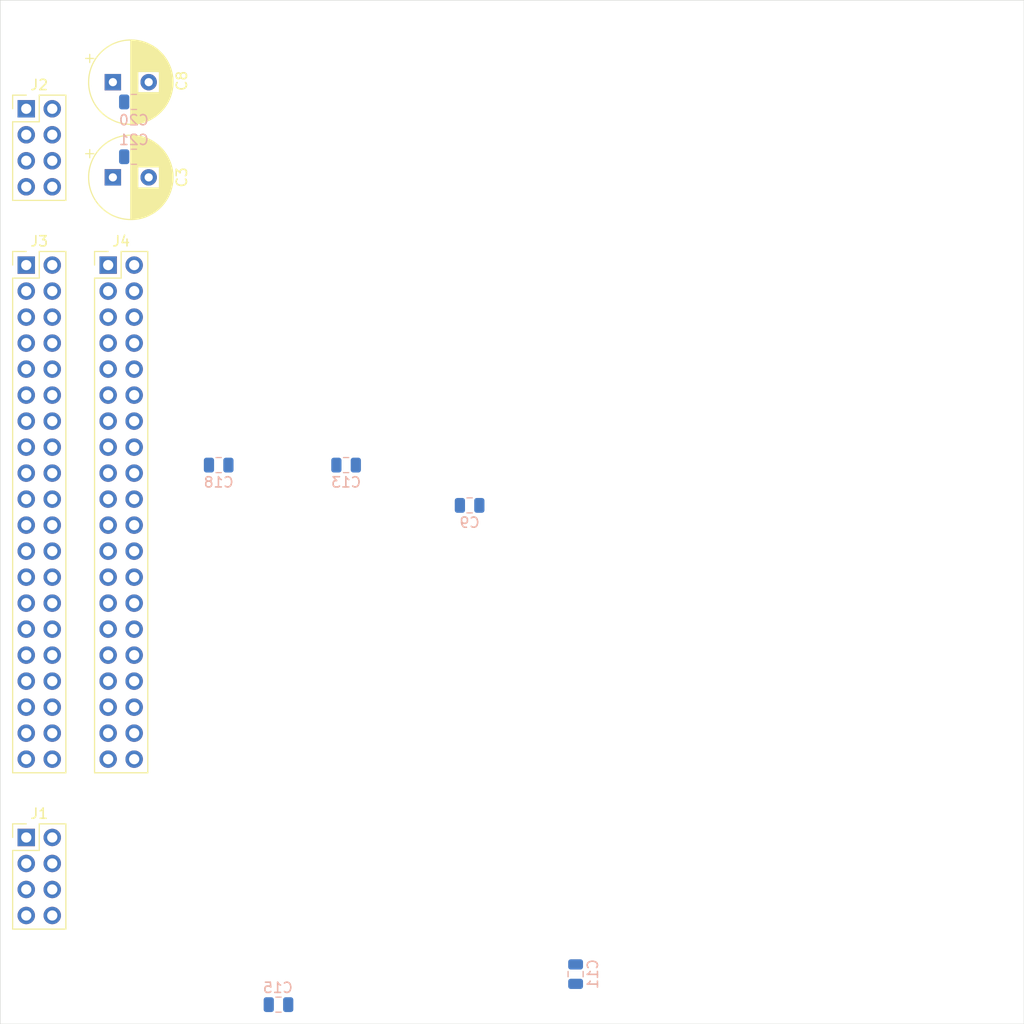
<source format=kicad_pcb>
(kicad_pcb (version 20171130) (host pcbnew "(5.1.9)-1")

  (general
    (thickness 1.6)
    (drawings 4)
    (tracks 0)
    (zones 0)
    (modules 17)
    (nets 51)
  )

  (page A4)
  (layers
    (0 F.Cu signal)
    (31 B.Cu signal)
    (32 B.Adhes user hide)
    (33 F.Adhes user hide)
    (34 B.Paste user)
    (35 F.Paste user)
    (36 B.SilkS user)
    (37 F.SilkS user)
    (38 B.Mask user)
    (39 F.Mask user)
    (40 Dwgs.User user hide)
    (41 Cmts.User user)
    (42 Eco1.User user hide)
    (43 Eco2.User user hide)
    (44 Edge.Cuts user)
    (45 Margin user)
    (46 B.CrtYd user hide)
    (47 F.CrtYd user hide)
    (48 B.Fab user hide)
    (49 F.Fab user hide)
  )

  (setup
    (last_trace_width 0.127)
    (trace_clearance 0.127)
    (zone_clearance 0.508)
    (zone_45_only no)
    (trace_min 0.127)
    (via_size 0.6)
    (via_drill 0.3)
    (via_min_size 0.4)
    (via_min_drill 0.2)
    (user_via 0.6 0.3)
    (user_via 1.2 0.6)
    (uvia_size 0.3)
    (uvia_drill 0.1)
    (uvias_allowed no)
    (uvia_min_size 0.2)
    (uvia_min_drill 0.1)
    (edge_width 0.05)
    (segment_width 0.2)
    (pcb_text_width 0.3)
    (pcb_text_size 1.5 1.5)
    (mod_edge_width 0.12)
    (mod_text_size 1 1)
    (mod_text_width 0.15)
    (pad_size 1.7 1.7)
    (pad_drill 1)
    (pad_to_mask_clearance 0)
    (aux_axis_origin 0 0)
    (visible_elements 7FFFFFFF)
    (pcbplotparams
      (layerselection 0x010f0_ffffffff)
      (usegerberextensions false)
      (usegerberattributes true)
      (usegerberadvancedattributes true)
      (creategerberjobfile true)
      (excludeedgelayer true)
      (linewidth 0.100000)
      (plotframeref false)
      (viasonmask false)
      (mode 1)
      (useauxorigin false)
      (hpglpennumber 1)
      (hpglpenspeed 20)
      (hpglpendiameter 15.000000)
      (psnegative false)
      (psa4output false)
      (plotreference true)
      (plotvalue true)
      (plotinvisibletext false)
      (padsonsilk false)
      (subtractmaskfromsilk false)
      (outputformat 1)
      (mirror false)
      (drillshape 0)
      (scaleselection 1)
      (outputdirectory "gbr/"))
  )

  (net 0 "")
  (net 1 +5V)
  (net 2 F_A2)
  (net 3 GND)
  (net 4 F_A6)
  (net 5 F_A5)
  (net 6 F_A7)
  (net 7 F_A3)
  (net 8 F_A4)
  (net 9 F_D2)
  (net 10 CLK)
  (net 11 F_D0)
  (net 12 F_A1)
  (net 13 F_D5)
  (net 14 F_A0)
  (net 15 F_D3)
  (net 16 F_D6)
  (net 17 F_D1)
  (net 18 F_D7)
  (net 19 F_A9)
  (net 20 F_D4)
  (net 21 F_A8)
  (net 22 F_A11)
  (net 23 F_A14)
  (net 24 F_A15)
  (net 25 F_A12)
  (net 26 F_A13)
  (net 27 F_A10)
  (net 28 ~F_WAIT~)
  (net 29 ~F_INT~)
  (net 30 ~F_IN~)
  (net 31 ~F_READ~)
  (net 32 ~F_INUSE~)
  (net 33 ~F_WRITE~)
  (net 34 ~F_INTAK~)
  (net 35 ~F_OUT~)
  (net 36 ~F_EXMEM~)
  (net 37 ~F_MREQ~)
  (net 38 ~F_SYSRES~)
  (net 39 "Net-(J1-Pad7)")
  (net 40 "Net-(J1-Pad5)")
  (net 41 "Net-(J1-Pad3)")
  (net 42 "Net-(J1-Pad1)")
  (net 43 "Net-(J2-Pad7)")
  (net 44 "Net-(J2-Pad5)")
  (net 45 "Net-(J1-Pad8)")
  (net 46 "Net-(J1-Pad6)")
  (net 47 "Net-(C20-Pad2)")
  (net 48 "Net-(C20-Pad1)")
  (net 49 "Net-(J1-Pad4)")
  (net 50 "Net-(J1-Pad2)")

  (net_class Default "This is the default net class."
    (clearance 0.127)
    (trace_width 0.127)
    (via_dia 0.6)
    (via_drill 0.3)
    (uvia_dia 0.3)
    (uvia_drill 0.1)
    (add_net CLK)
    (add_net F_A0)
    (add_net F_A1)
    (add_net F_A10)
    (add_net F_A11)
    (add_net F_A12)
    (add_net F_A13)
    (add_net F_A14)
    (add_net F_A15)
    (add_net F_A2)
    (add_net F_A3)
    (add_net F_A4)
    (add_net F_A5)
    (add_net F_A6)
    (add_net F_A7)
    (add_net F_A8)
    (add_net F_A9)
    (add_net F_D0)
    (add_net F_D1)
    (add_net F_D2)
    (add_net F_D3)
    (add_net F_D4)
    (add_net F_D5)
    (add_net F_D6)
    (add_net F_D7)
    (add_net "Net-(C20-Pad1)")
    (add_net "Net-(C20-Pad2)")
    (add_net "Net-(J1-Pad1)")
    (add_net "Net-(J1-Pad2)")
    (add_net "Net-(J1-Pad3)")
    (add_net "Net-(J1-Pad4)")
    (add_net "Net-(J1-Pad5)")
    (add_net "Net-(J1-Pad6)")
    (add_net "Net-(J1-Pad7)")
    (add_net "Net-(J1-Pad8)")
    (add_net "Net-(J2-Pad5)")
    (add_net "Net-(J2-Pad7)")
    (add_net ~F_EXMEM~)
    (add_net ~F_INTAK~)
    (add_net ~F_INT~)
    (add_net ~F_INUSE~)
    (add_net ~F_IN~)
    (add_net ~F_MREQ~)
    (add_net ~F_OUT~)
    (add_net ~F_READ~)
    (add_net ~F_SYSRES~)
    (add_net ~F_WAIT~)
    (add_net ~F_WRITE~)
  )

  (net_class PWR ""
    (clearance 0.127)
    (trace_width 0.127)
    (via_dia 1.2)
    (via_drill 0.6)
    (uvia_dia 0.3)
    (uvia_drill 0.1)
    (add_net +5V)
    (add_net GND)
  )

  (module MountingHole:MountingHole_3.2mm_M3_DIN965 (layer F.Cu) (tedit 56D1B4CB) (tstamp 60866473)
    (at 23.5 116.5)
    (descr "Mounting Hole 3.2mm, no annular, M3, DIN965")
    (tags "mounting hole 3.2mm no annular m3 din965")
    (path /6095C8F2)
    (attr virtual)
    (fp_text reference M4 (at 0 -3.8) (layer F.SilkS) hide
      (effects (font (size 1 1) (thickness 0.15)))
    )
    (fp_text value 3mm-mounting-hole (at 0 3.8) (layer F.Fab) hide
      (effects (font (size 1 1) (thickness 0.15)))
    )
    (fp_circle (center 0 0) (end 3.05 0) (layer F.CrtYd) (width 0.05))
    (fp_circle (center 0 0) (end 2.8 0) (layer Cmts.User) (width 0.15))
    (fp_text user %R (at 0.3 0) (layer F.Fab) hide
      (effects (font (size 1 1) (thickness 0.15)))
    )
    (pad 1 np_thru_hole circle (at 0 0) (size 3.2 3.2) (drill 3.2) (layers *.Cu *.Mask))
  )

  (module MountingHole:MountingHole_3.2mm_M3_DIN965 (layer F.Cu) (tedit 56D1B4CB) (tstamp 6086646B)
    (at 23.5 23.5)
    (descr "Mounting Hole 3.2mm, no annular, M3, DIN965")
    (tags "mounting hole 3.2mm no annular m3 din965")
    (path /6095C700)
    (attr virtual)
    (fp_text reference M3 (at 0.5 -4.8) (layer F.SilkS) hide
      (effects (font (size 1 1) (thickness 0.15)))
    )
    (fp_text value 3mm-mounting-hole (at 0 3.8) (layer F.Fab) hide
      (effects (font (size 1 1) (thickness 0.15)))
    )
    (fp_circle (center 0 0) (end 3.05 0) (layer F.CrtYd) (width 0.05))
    (fp_circle (center 0 0) (end 2.8 0) (layer Cmts.User) (width 0.15))
    (fp_text user %R (at 0.3 0) (layer F.Fab) hide
      (effects (font (size 1 1) (thickness 0.15)))
    )
    (pad 1 np_thru_hole circle (at 0 0) (size 3.2 3.2) (drill 3.2) (layers *.Cu *.Mask))
  )

  (module MountingHole:MountingHole_3.2mm_M3_DIN965 (layer F.Cu) (tedit 56D1B4CB) (tstamp 60866463)
    (at 116.5 116.5)
    (descr "Mounting Hole 3.2mm, no annular, M3, DIN965")
    (tags "mounting hole 3.2mm no annular m3 din965")
    (path /6095C3CE)
    (attr virtual)
    (fp_text reference M2 (at 0 -3.8) (layer F.SilkS) hide
      (effects (font (size 1 1) (thickness 0.15)))
    )
    (fp_text value 3mm-mounting-hole (at 0 3.8) (layer F.Fab) hide
      (effects (font (size 1 1) (thickness 0.15)))
    )
    (fp_circle (center 0 0) (end 3.05 0) (layer F.CrtYd) (width 0.05))
    (fp_circle (center 0 0) (end 2.8 0) (layer Cmts.User) (width 0.15))
    (fp_text user %R (at 0.3 0) (layer F.Fab) hide
      (effects (font (size 1 1) (thickness 0.15)))
    )
    (pad 1 np_thru_hole circle (at 0 0) (size 3.2 3.2) (drill 3.2) (layers *.Cu *.Mask))
  )

  (module MountingHole:MountingHole_3.2mm_M3_DIN965 (layer F.Cu) (tedit 56D1B4CB) (tstamp 6086645B)
    (at 116.5 23.5)
    (descr "Mounting Hole 3.2mm, no annular, M3, DIN965")
    (tags "mounting hole 3.2mm no annular m3 din965")
    (path /6095AA7A)
    (attr virtual)
    (fp_text reference M1 (at 0 -3.8) (layer F.SilkS) hide
      (effects (font (size 1 1) (thickness 0.15)))
    )
    (fp_text value 3mm-mounting-hole (at 0 3.8) (layer F.Fab) hide
      (effects (font (size 1 1) (thickness 0.15)))
    )
    (fp_circle (center 0 0) (end 3.05 0) (layer F.CrtYd) (width 0.05))
    (fp_circle (center 0 0) (end 2.8 0) (layer Cmts.User) (width 0.15))
    (fp_text user %R (at 0.3 0) (layer F.Fab) hide
      (effects (font (size 1 1) (thickness 0.15)))
    )
    (pad 1 np_thru_hole circle (at 0 0) (size 3.2 3.2) (drill 3.2) (layers *.Cu *.Mask))
  )

  (module Capacitor_THT:CP_Radial_D8.0mm_P3.50mm (layer F.Cu) (tedit 5AE50EF0) (tstamp 608A3203)
    (at 31 37.3)
    (descr "CP, Radial series, Radial, pin pitch=3.50mm, , diameter=8mm, Electrolytic Capacitor")
    (tags "CP Radial series Radial pin pitch 3.50mm  diameter 8mm Electrolytic Capacitor")
    (path /60BF1D60)
    (fp_text reference C3 (at 6.732 0 90) (layer F.SilkS)
      (effects (font (size 1 1) (thickness 0.15)))
    )
    (fp_text value 470uF (at 1.75 5.25) (layer F.Fab)
      (effects (font (size 1 1) (thickness 0.15)))
    )
    (fp_circle (center 1.75 0) (end 5.75 0) (layer F.Fab) (width 0.1))
    (fp_circle (center 1.75 0) (end 5.87 0) (layer F.SilkS) (width 0.12))
    (fp_circle (center 1.75 0) (end 6 0) (layer F.CrtYd) (width 0.05))
    (fp_line (start -1.676759 -1.7475) (end -0.876759 -1.7475) (layer F.Fab) (width 0.1))
    (fp_line (start -1.276759 -2.1475) (end -1.276759 -1.3475) (layer F.Fab) (width 0.1))
    (fp_line (start 1.75 -4.08) (end 1.75 4.08) (layer F.SilkS) (width 0.12))
    (fp_line (start 1.79 -4.08) (end 1.79 4.08) (layer F.SilkS) (width 0.12))
    (fp_line (start 1.83 -4.08) (end 1.83 4.08) (layer F.SilkS) (width 0.12))
    (fp_line (start 1.87 -4.079) (end 1.87 4.079) (layer F.SilkS) (width 0.12))
    (fp_line (start 1.91 -4.077) (end 1.91 4.077) (layer F.SilkS) (width 0.12))
    (fp_line (start 1.95 -4.076) (end 1.95 4.076) (layer F.SilkS) (width 0.12))
    (fp_line (start 1.99 -4.074) (end 1.99 4.074) (layer F.SilkS) (width 0.12))
    (fp_line (start 2.03 -4.071) (end 2.03 4.071) (layer F.SilkS) (width 0.12))
    (fp_line (start 2.07 -4.068) (end 2.07 4.068) (layer F.SilkS) (width 0.12))
    (fp_line (start 2.11 -4.065) (end 2.11 4.065) (layer F.SilkS) (width 0.12))
    (fp_line (start 2.15 -4.061) (end 2.15 4.061) (layer F.SilkS) (width 0.12))
    (fp_line (start 2.19 -4.057) (end 2.19 4.057) (layer F.SilkS) (width 0.12))
    (fp_line (start 2.23 -4.052) (end 2.23 4.052) (layer F.SilkS) (width 0.12))
    (fp_line (start 2.27 -4.048) (end 2.27 4.048) (layer F.SilkS) (width 0.12))
    (fp_line (start 2.31 -4.042) (end 2.31 4.042) (layer F.SilkS) (width 0.12))
    (fp_line (start 2.35 -4.037) (end 2.35 4.037) (layer F.SilkS) (width 0.12))
    (fp_line (start 2.39 -4.03) (end 2.39 4.03) (layer F.SilkS) (width 0.12))
    (fp_line (start 2.43 -4.024) (end 2.43 4.024) (layer F.SilkS) (width 0.12))
    (fp_line (start 2.471 -4.017) (end 2.471 -1.04) (layer F.SilkS) (width 0.12))
    (fp_line (start 2.471 1.04) (end 2.471 4.017) (layer F.SilkS) (width 0.12))
    (fp_line (start 2.511 -4.01) (end 2.511 -1.04) (layer F.SilkS) (width 0.12))
    (fp_line (start 2.511 1.04) (end 2.511 4.01) (layer F.SilkS) (width 0.12))
    (fp_line (start 2.551 -4.002) (end 2.551 -1.04) (layer F.SilkS) (width 0.12))
    (fp_line (start 2.551 1.04) (end 2.551 4.002) (layer F.SilkS) (width 0.12))
    (fp_line (start 2.591 -3.994) (end 2.591 -1.04) (layer F.SilkS) (width 0.12))
    (fp_line (start 2.591 1.04) (end 2.591 3.994) (layer F.SilkS) (width 0.12))
    (fp_line (start 2.631 -3.985) (end 2.631 -1.04) (layer F.SilkS) (width 0.12))
    (fp_line (start 2.631 1.04) (end 2.631 3.985) (layer F.SilkS) (width 0.12))
    (fp_line (start 2.671 -3.976) (end 2.671 -1.04) (layer F.SilkS) (width 0.12))
    (fp_line (start 2.671 1.04) (end 2.671 3.976) (layer F.SilkS) (width 0.12))
    (fp_line (start 2.711 -3.967) (end 2.711 -1.04) (layer F.SilkS) (width 0.12))
    (fp_line (start 2.711 1.04) (end 2.711 3.967) (layer F.SilkS) (width 0.12))
    (fp_line (start 2.751 -3.957) (end 2.751 -1.04) (layer F.SilkS) (width 0.12))
    (fp_line (start 2.751 1.04) (end 2.751 3.957) (layer F.SilkS) (width 0.12))
    (fp_line (start 2.791 -3.947) (end 2.791 -1.04) (layer F.SilkS) (width 0.12))
    (fp_line (start 2.791 1.04) (end 2.791 3.947) (layer F.SilkS) (width 0.12))
    (fp_line (start 2.831 -3.936) (end 2.831 -1.04) (layer F.SilkS) (width 0.12))
    (fp_line (start 2.831 1.04) (end 2.831 3.936) (layer F.SilkS) (width 0.12))
    (fp_line (start 2.871 -3.925) (end 2.871 -1.04) (layer F.SilkS) (width 0.12))
    (fp_line (start 2.871 1.04) (end 2.871 3.925) (layer F.SilkS) (width 0.12))
    (fp_line (start 2.911 -3.914) (end 2.911 -1.04) (layer F.SilkS) (width 0.12))
    (fp_line (start 2.911 1.04) (end 2.911 3.914) (layer F.SilkS) (width 0.12))
    (fp_line (start 2.951 -3.902) (end 2.951 -1.04) (layer F.SilkS) (width 0.12))
    (fp_line (start 2.951 1.04) (end 2.951 3.902) (layer F.SilkS) (width 0.12))
    (fp_line (start 2.991 -3.889) (end 2.991 -1.04) (layer F.SilkS) (width 0.12))
    (fp_line (start 2.991 1.04) (end 2.991 3.889) (layer F.SilkS) (width 0.12))
    (fp_line (start 3.031 -3.877) (end 3.031 -1.04) (layer F.SilkS) (width 0.12))
    (fp_line (start 3.031 1.04) (end 3.031 3.877) (layer F.SilkS) (width 0.12))
    (fp_line (start 3.071 -3.863) (end 3.071 -1.04) (layer F.SilkS) (width 0.12))
    (fp_line (start 3.071 1.04) (end 3.071 3.863) (layer F.SilkS) (width 0.12))
    (fp_line (start 3.111 -3.85) (end 3.111 -1.04) (layer F.SilkS) (width 0.12))
    (fp_line (start 3.111 1.04) (end 3.111 3.85) (layer F.SilkS) (width 0.12))
    (fp_line (start 3.151 -3.835) (end 3.151 -1.04) (layer F.SilkS) (width 0.12))
    (fp_line (start 3.151 1.04) (end 3.151 3.835) (layer F.SilkS) (width 0.12))
    (fp_line (start 3.191 -3.821) (end 3.191 -1.04) (layer F.SilkS) (width 0.12))
    (fp_line (start 3.191 1.04) (end 3.191 3.821) (layer F.SilkS) (width 0.12))
    (fp_line (start 3.231 -3.805) (end 3.231 -1.04) (layer F.SilkS) (width 0.12))
    (fp_line (start 3.231 1.04) (end 3.231 3.805) (layer F.SilkS) (width 0.12))
    (fp_line (start 3.271 -3.79) (end 3.271 -1.04) (layer F.SilkS) (width 0.12))
    (fp_line (start 3.271 1.04) (end 3.271 3.79) (layer F.SilkS) (width 0.12))
    (fp_line (start 3.311 -3.774) (end 3.311 -1.04) (layer F.SilkS) (width 0.12))
    (fp_line (start 3.311 1.04) (end 3.311 3.774) (layer F.SilkS) (width 0.12))
    (fp_line (start 3.351 -3.757) (end 3.351 -1.04) (layer F.SilkS) (width 0.12))
    (fp_line (start 3.351 1.04) (end 3.351 3.757) (layer F.SilkS) (width 0.12))
    (fp_line (start 3.391 -3.74) (end 3.391 -1.04) (layer F.SilkS) (width 0.12))
    (fp_line (start 3.391 1.04) (end 3.391 3.74) (layer F.SilkS) (width 0.12))
    (fp_line (start 3.431 -3.722) (end 3.431 -1.04) (layer F.SilkS) (width 0.12))
    (fp_line (start 3.431 1.04) (end 3.431 3.722) (layer F.SilkS) (width 0.12))
    (fp_line (start 3.471 -3.704) (end 3.471 -1.04) (layer F.SilkS) (width 0.12))
    (fp_line (start 3.471 1.04) (end 3.471 3.704) (layer F.SilkS) (width 0.12))
    (fp_line (start 3.511 -3.686) (end 3.511 -1.04) (layer F.SilkS) (width 0.12))
    (fp_line (start 3.511 1.04) (end 3.511 3.686) (layer F.SilkS) (width 0.12))
    (fp_line (start 3.551 -3.666) (end 3.551 -1.04) (layer F.SilkS) (width 0.12))
    (fp_line (start 3.551 1.04) (end 3.551 3.666) (layer F.SilkS) (width 0.12))
    (fp_line (start 3.591 -3.647) (end 3.591 -1.04) (layer F.SilkS) (width 0.12))
    (fp_line (start 3.591 1.04) (end 3.591 3.647) (layer F.SilkS) (width 0.12))
    (fp_line (start 3.631 -3.627) (end 3.631 -1.04) (layer F.SilkS) (width 0.12))
    (fp_line (start 3.631 1.04) (end 3.631 3.627) (layer F.SilkS) (width 0.12))
    (fp_line (start 3.671 -3.606) (end 3.671 -1.04) (layer F.SilkS) (width 0.12))
    (fp_line (start 3.671 1.04) (end 3.671 3.606) (layer F.SilkS) (width 0.12))
    (fp_line (start 3.711 -3.584) (end 3.711 -1.04) (layer F.SilkS) (width 0.12))
    (fp_line (start 3.711 1.04) (end 3.711 3.584) (layer F.SilkS) (width 0.12))
    (fp_line (start 3.751 -3.562) (end 3.751 -1.04) (layer F.SilkS) (width 0.12))
    (fp_line (start 3.751 1.04) (end 3.751 3.562) (layer F.SilkS) (width 0.12))
    (fp_line (start 3.791 -3.54) (end 3.791 -1.04) (layer F.SilkS) (width 0.12))
    (fp_line (start 3.791 1.04) (end 3.791 3.54) (layer F.SilkS) (width 0.12))
    (fp_line (start 3.831 -3.517) (end 3.831 -1.04) (layer F.SilkS) (width 0.12))
    (fp_line (start 3.831 1.04) (end 3.831 3.517) (layer F.SilkS) (width 0.12))
    (fp_line (start 3.871 -3.493) (end 3.871 -1.04) (layer F.SilkS) (width 0.12))
    (fp_line (start 3.871 1.04) (end 3.871 3.493) (layer F.SilkS) (width 0.12))
    (fp_line (start 3.911 -3.469) (end 3.911 -1.04) (layer F.SilkS) (width 0.12))
    (fp_line (start 3.911 1.04) (end 3.911 3.469) (layer F.SilkS) (width 0.12))
    (fp_line (start 3.951 -3.444) (end 3.951 -1.04) (layer F.SilkS) (width 0.12))
    (fp_line (start 3.951 1.04) (end 3.951 3.444) (layer F.SilkS) (width 0.12))
    (fp_line (start 3.991 -3.418) (end 3.991 -1.04) (layer F.SilkS) (width 0.12))
    (fp_line (start 3.991 1.04) (end 3.991 3.418) (layer F.SilkS) (width 0.12))
    (fp_line (start 4.031 -3.392) (end 4.031 -1.04) (layer F.SilkS) (width 0.12))
    (fp_line (start 4.031 1.04) (end 4.031 3.392) (layer F.SilkS) (width 0.12))
    (fp_line (start 4.071 -3.365) (end 4.071 -1.04) (layer F.SilkS) (width 0.12))
    (fp_line (start 4.071 1.04) (end 4.071 3.365) (layer F.SilkS) (width 0.12))
    (fp_line (start 4.111 -3.338) (end 4.111 -1.04) (layer F.SilkS) (width 0.12))
    (fp_line (start 4.111 1.04) (end 4.111 3.338) (layer F.SilkS) (width 0.12))
    (fp_line (start 4.151 -3.309) (end 4.151 -1.04) (layer F.SilkS) (width 0.12))
    (fp_line (start 4.151 1.04) (end 4.151 3.309) (layer F.SilkS) (width 0.12))
    (fp_line (start 4.191 -3.28) (end 4.191 -1.04) (layer F.SilkS) (width 0.12))
    (fp_line (start 4.191 1.04) (end 4.191 3.28) (layer F.SilkS) (width 0.12))
    (fp_line (start 4.231 -3.25) (end 4.231 -1.04) (layer F.SilkS) (width 0.12))
    (fp_line (start 4.231 1.04) (end 4.231 3.25) (layer F.SilkS) (width 0.12))
    (fp_line (start 4.271 -3.22) (end 4.271 -1.04) (layer F.SilkS) (width 0.12))
    (fp_line (start 4.271 1.04) (end 4.271 3.22) (layer F.SilkS) (width 0.12))
    (fp_line (start 4.311 -3.189) (end 4.311 -1.04) (layer F.SilkS) (width 0.12))
    (fp_line (start 4.311 1.04) (end 4.311 3.189) (layer F.SilkS) (width 0.12))
    (fp_line (start 4.351 -3.156) (end 4.351 -1.04) (layer F.SilkS) (width 0.12))
    (fp_line (start 4.351 1.04) (end 4.351 3.156) (layer F.SilkS) (width 0.12))
    (fp_line (start 4.391 -3.124) (end 4.391 -1.04) (layer F.SilkS) (width 0.12))
    (fp_line (start 4.391 1.04) (end 4.391 3.124) (layer F.SilkS) (width 0.12))
    (fp_line (start 4.431 -3.09) (end 4.431 -1.04) (layer F.SilkS) (width 0.12))
    (fp_line (start 4.431 1.04) (end 4.431 3.09) (layer F.SilkS) (width 0.12))
    (fp_line (start 4.471 -3.055) (end 4.471 -1.04) (layer F.SilkS) (width 0.12))
    (fp_line (start 4.471 1.04) (end 4.471 3.055) (layer F.SilkS) (width 0.12))
    (fp_line (start 4.511 -3.019) (end 4.511 -1.04) (layer F.SilkS) (width 0.12))
    (fp_line (start 4.511 1.04) (end 4.511 3.019) (layer F.SilkS) (width 0.12))
    (fp_line (start 4.551 -2.983) (end 4.551 2.983) (layer F.SilkS) (width 0.12))
    (fp_line (start 4.591 -2.945) (end 4.591 2.945) (layer F.SilkS) (width 0.12))
    (fp_line (start 4.631 -2.907) (end 4.631 2.907) (layer F.SilkS) (width 0.12))
    (fp_line (start 4.671 -2.867) (end 4.671 2.867) (layer F.SilkS) (width 0.12))
    (fp_line (start 4.711 -2.826) (end 4.711 2.826) (layer F.SilkS) (width 0.12))
    (fp_line (start 4.751 -2.784) (end 4.751 2.784) (layer F.SilkS) (width 0.12))
    (fp_line (start 4.791 -2.741) (end 4.791 2.741) (layer F.SilkS) (width 0.12))
    (fp_line (start 4.831 -2.697) (end 4.831 2.697) (layer F.SilkS) (width 0.12))
    (fp_line (start 4.871 -2.651) (end 4.871 2.651) (layer F.SilkS) (width 0.12))
    (fp_line (start 4.911 -2.604) (end 4.911 2.604) (layer F.SilkS) (width 0.12))
    (fp_line (start 4.951 -2.556) (end 4.951 2.556) (layer F.SilkS) (width 0.12))
    (fp_line (start 4.991 -2.505) (end 4.991 2.505) (layer F.SilkS) (width 0.12))
    (fp_line (start 5.031 -2.454) (end 5.031 2.454) (layer F.SilkS) (width 0.12))
    (fp_line (start 5.071 -2.4) (end 5.071 2.4) (layer F.SilkS) (width 0.12))
    (fp_line (start 5.111 -2.345) (end 5.111 2.345) (layer F.SilkS) (width 0.12))
    (fp_line (start 5.151 -2.287) (end 5.151 2.287) (layer F.SilkS) (width 0.12))
    (fp_line (start 5.191 -2.228) (end 5.191 2.228) (layer F.SilkS) (width 0.12))
    (fp_line (start 5.231 -2.166) (end 5.231 2.166) (layer F.SilkS) (width 0.12))
    (fp_line (start 5.271 -2.102) (end 5.271 2.102) (layer F.SilkS) (width 0.12))
    (fp_line (start 5.311 -2.034) (end 5.311 2.034) (layer F.SilkS) (width 0.12))
    (fp_line (start 5.351 -1.964) (end 5.351 1.964) (layer F.SilkS) (width 0.12))
    (fp_line (start 5.391 -1.89) (end 5.391 1.89) (layer F.SilkS) (width 0.12))
    (fp_line (start 5.431 -1.813) (end 5.431 1.813) (layer F.SilkS) (width 0.12))
    (fp_line (start 5.471 -1.731) (end 5.471 1.731) (layer F.SilkS) (width 0.12))
    (fp_line (start 5.511 -1.645) (end 5.511 1.645) (layer F.SilkS) (width 0.12))
    (fp_line (start 5.551 -1.552) (end 5.551 1.552) (layer F.SilkS) (width 0.12))
    (fp_line (start 5.591 -1.453) (end 5.591 1.453) (layer F.SilkS) (width 0.12))
    (fp_line (start 5.631 -1.346) (end 5.631 1.346) (layer F.SilkS) (width 0.12))
    (fp_line (start 5.671 -1.229) (end 5.671 1.229) (layer F.SilkS) (width 0.12))
    (fp_line (start 5.711 -1.098) (end 5.711 1.098) (layer F.SilkS) (width 0.12))
    (fp_line (start 5.751 -0.948) (end 5.751 0.948) (layer F.SilkS) (width 0.12))
    (fp_line (start 5.791 -0.768) (end 5.791 0.768) (layer F.SilkS) (width 0.12))
    (fp_line (start 5.831 -0.533) (end 5.831 0.533) (layer F.SilkS) (width 0.12))
    (fp_line (start -2.659698 -2.315) (end -1.859698 -2.315) (layer F.SilkS) (width 0.12))
    (fp_line (start -2.259698 -2.715) (end -2.259698 -1.915) (layer F.SilkS) (width 0.12))
    (fp_text user %R (at 1.75 0) (layer F.Fab)
      (effects (font (size 1 1) (thickness 0.15)))
    )
    (pad 2 thru_hole circle (at 3.5 0) (size 1.6 1.6) (drill 0.8) (layers *.Cu *.Mask)
      (net 3 GND))
    (pad 1 thru_hole rect (at 0 0) (size 1.6 1.6) (drill 0.8) (layers *.Cu *.Mask)
      (net 1 +5V))
    (model ${KISYS3DMOD}/Capacitor_THT.3dshapes/CP_Radial_D8.0mm_P3.50mm.wrl
      (at (xyz 0 0 0))
      (scale (xyz 1 1 1))
      (rotate (xyz 0 0 0))
    )
  )

  (module Capacitor_SMD:C_0805_2012Metric (layer B.Cu) (tedit 5F68FEEE) (tstamp 60A88E50)
    (at 33.0539 35.2872)
    (descr "Capacitor SMD 0805 (2012 Metric), square (rectangular) end terminal, IPC_7351 nominal, (Body size source: IPC-SM-782 page 76, https://www.pcb-3d.com/wordpress/wp-content/uploads/ipc-sm-782a_amendment_1_and_2.pdf, https://docs.google.com/spreadsheets/d/1BsfQQcO9C6DZCsRaXUlFlo91Tg2WpOkGARC1WS5S8t0/edit?usp=sharing), generated with kicad-footprint-generator")
    (tags capacitor)
    (path /60CB3ED1)
    (attr smd)
    (fp_text reference C21 (at 0 -1.651) (layer B.SilkS)
      (effects (font (size 1 1) (thickness 0.15)) (justify mirror))
    )
    (fp_text value 100n (at 0 -1.68) (layer B.Fab)
      (effects (font (size 1 1) (thickness 0.15)) (justify mirror))
    )
    (fp_line (start -1 -0.625) (end -1 0.625) (layer B.Fab) (width 0.1))
    (fp_line (start -1 0.625) (end 1 0.625) (layer B.Fab) (width 0.1))
    (fp_line (start 1 0.625) (end 1 -0.625) (layer B.Fab) (width 0.1))
    (fp_line (start 1 -0.625) (end -1 -0.625) (layer B.Fab) (width 0.1))
    (fp_line (start -0.261252 0.735) (end 0.261252 0.735) (layer B.SilkS) (width 0.12))
    (fp_line (start -0.261252 -0.735) (end 0.261252 -0.735) (layer B.SilkS) (width 0.12))
    (fp_line (start -1.7 -0.98) (end -1.7 0.98) (layer B.CrtYd) (width 0.05))
    (fp_line (start -1.7 0.98) (end 1.7 0.98) (layer B.CrtYd) (width 0.05))
    (fp_line (start 1.7 0.98) (end 1.7 -0.98) (layer B.CrtYd) (width 0.05))
    (fp_line (start 1.7 -0.98) (end -1.7 -0.98) (layer B.CrtYd) (width 0.05))
    (fp_text user %R (at 0 0) (layer B.Fab)
      (effects (font (size 0.5 0.5) (thickness 0.08)) (justify mirror))
    )
    (pad 2 smd roundrect (at 0.95 0) (size 1 1.45) (layers B.Cu B.Paste B.Mask) (roundrect_rratio 0.25)
      (net 3 GND))
    (pad 1 smd roundrect (at -0.95 0) (size 1 1.45) (layers B.Cu B.Paste B.Mask) (roundrect_rratio 0.25)
      (net 1 +5V))
    (model ${KISYS3DMOD}/Capacitor_SMD.3dshapes/C_0805_2012Metric.wrl
      (at (xyz 0 0 0))
      (scale (xyz 1 1 1))
      (rotate (xyz 0 0 0))
    )
  )

  (module Capacitor_SMD:C_0805_2012Metric (layer B.Cu) (tedit 5F68FEEE) (tstamp 60A88E20)
    (at 33.0539 29.933)
    (descr "Capacitor SMD 0805 (2012 Metric), square (rectangular) end terminal, IPC_7351 nominal, (Body size source: IPC-SM-782 page 76, https://www.pcb-3d.com/wordpress/wp-content/uploads/ipc-sm-782a_amendment_1_and_2.pdf, https://docs.google.com/spreadsheets/d/1BsfQQcO9C6DZCsRaXUlFlo91Tg2WpOkGARC1WS5S8t0/edit?usp=sharing), generated with kicad-footprint-generator")
    (tags capacitor)
    (path /60CBF7D2)
    (attr smd)
    (fp_text reference C20 (at 0 1.778) (layer B.SilkS)
      (effects (font (size 1 1) (thickness 0.15)) (justify mirror))
    )
    (fp_text value 100n (at 0 -1.68) (layer B.Fab)
      (effects (font (size 1 1) (thickness 0.15)) (justify mirror))
    )
    (fp_line (start -1 -0.625) (end -1 0.625) (layer B.Fab) (width 0.1))
    (fp_line (start -1 0.625) (end 1 0.625) (layer B.Fab) (width 0.1))
    (fp_line (start 1 0.625) (end 1 -0.625) (layer B.Fab) (width 0.1))
    (fp_line (start 1 -0.625) (end -1 -0.625) (layer B.Fab) (width 0.1))
    (fp_line (start -0.261252 0.735) (end 0.261252 0.735) (layer B.SilkS) (width 0.12))
    (fp_line (start -0.261252 -0.735) (end 0.261252 -0.735) (layer B.SilkS) (width 0.12))
    (fp_line (start -1.7 -0.98) (end -1.7 0.98) (layer B.CrtYd) (width 0.05))
    (fp_line (start -1.7 0.98) (end 1.7 0.98) (layer B.CrtYd) (width 0.05))
    (fp_line (start 1.7 0.98) (end 1.7 -0.98) (layer B.CrtYd) (width 0.05))
    (fp_line (start 1.7 -0.98) (end -1.7 -0.98) (layer B.CrtYd) (width 0.05))
    (fp_text user %R (at 0 0) (layer B.Fab)
      (effects (font (size 0.5 0.5) (thickness 0.08)) (justify mirror))
    )
    (pad 2 smd roundrect (at 0.95 0) (size 1 1.45) (layers B.Cu B.Paste B.Mask) (roundrect_rratio 0.25)
      (net 47 "Net-(C20-Pad2)"))
    (pad 1 smd roundrect (at -0.95 0) (size 1 1.45) (layers B.Cu B.Paste B.Mask) (roundrect_rratio 0.25)
      (net 48 "Net-(C20-Pad1)"))
    (model ${KISYS3DMOD}/Capacitor_SMD.3dshapes/C_0805_2012Metric.wrl
      (at (xyz 0 0 0))
      (scale (xyz 1 1 1))
      (rotate (xyz 0 0 0))
    )
  )

  (module Capacitor_SMD:C_0805_2012Metric (layer B.Cu) (tedit 5F68FEEE) (tstamp 6088D19E)
    (at 41.336 65.405)
    (descr "Capacitor SMD 0805 (2012 Metric), square (rectangular) end terminal, IPC_7351 nominal, (Body size source: IPC-SM-782 page 76, https://www.pcb-3d.com/wordpress/wp-content/uploads/ipc-sm-782a_amendment_1_and_2.pdf, https://docs.google.com/spreadsheets/d/1BsfQQcO9C6DZCsRaXUlFlo91Tg2WpOkGARC1WS5S8t0/edit?usp=sharing), generated with kicad-footprint-generator")
    (tags capacitor)
    (path /60CD1B3E)
    (attr smd)
    (fp_text reference C18 (at 0 1.68) (layer B.SilkS)
      (effects (font (size 1 1) (thickness 0.15)) (justify mirror))
    )
    (fp_text value 100n (at 0 -1.68) (layer B.Fab)
      (effects (font (size 1 1) (thickness 0.15)) (justify mirror))
    )
    (fp_line (start -1 -0.625) (end -1 0.625) (layer B.Fab) (width 0.1))
    (fp_line (start -1 0.625) (end 1 0.625) (layer B.Fab) (width 0.1))
    (fp_line (start 1 0.625) (end 1 -0.625) (layer B.Fab) (width 0.1))
    (fp_line (start 1 -0.625) (end -1 -0.625) (layer B.Fab) (width 0.1))
    (fp_line (start -0.261252 0.735) (end 0.261252 0.735) (layer B.SilkS) (width 0.12))
    (fp_line (start -0.261252 -0.735) (end 0.261252 -0.735) (layer B.SilkS) (width 0.12))
    (fp_line (start -1.7 -0.98) (end -1.7 0.98) (layer B.CrtYd) (width 0.05))
    (fp_line (start -1.7 0.98) (end 1.7 0.98) (layer B.CrtYd) (width 0.05))
    (fp_line (start 1.7 0.98) (end 1.7 -0.98) (layer B.CrtYd) (width 0.05))
    (fp_line (start 1.7 -0.98) (end -1.7 -0.98) (layer B.CrtYd) (width 0.05))
    (fp_text user %R (at 0 0) (layer B.Fab)
      (effects (font (size 0.5 0.5) (thickness 0.08)) (justify mirror))
    )
    (pad 2 smd roundrect (at 0.95 0) (size 1 1.45) (layers B.Cu B.Paste B.Mask) (roundrect_rratio 0.25)
      (net 3 GND))
    (pad 1 smd roundrect (at -0.95 0) (size 1 1.45) (layers B.Cu B.Paste B.Mask) (roundrect_rratio 0.25)
      (net 1 +5V))
    (model ${KISYS3DMOD}/Capacitor_SMD.3dshapes/C_0805_2012Metric.wrl
      (at (xyz 0 0 0))
      (scale (xyz 1 1 1))
      (rotate (xyz 0 0 0))
    )
  )

  (module Capacitor_SMD:C_0805_2012Metric (layer B.Cu) (tedit 5F68FEEE) (tstamp 60889E61)
    (at 47.178 118.11)
    (descr "Capacitor SMD 0805 (2012 Metric), square (rectangular) end terminal, IPC_7351 nominal, (Body size source: IPC-SM-782 page 76, https://www.pcb-3d.com/wordpress/wp-content/uploads/ipc-sm-782a_amendment_1_and_2.pdf, https://docs.google.com/spreadsheets/d/1BsfQQcO9C6DZCsRaXUlFlo91Tg2WpOkGARC1WS5S8t0/edit?usp=sharing), generated with kicad-footprint-generator")
    (tags capacitor)
    (path /60CD1B38)
    (attr smd)
    (fp_text reference C15 (at -0.061 -1.651) (layer B.SilkS)
      (effects (font (size 1 1) (thickness 0.15)) (justify mirror))
    )
    (fp_text value 100n (at 0 -1.68) (layer B.Fab)
      (effects (font (size 1 1) (thickness 0.15)) (justify mirror))
    )
    (fp_line (start -1 -0.625) (end -1 0.625) (layer B.Fab) (width 0.1))
    (fp_line (start -1 0.625) (end 1 0.625) (layer B.Fab) (width 0.1))
    (fp_line (start 1 0.625) (end 1 -0.625) (layer B.Fab) (width 0.1))
    (fp_line (start 1 -0.625) (end -1 -0.625) (layer B.Fab) (width 0.1))
    (fp_line (start -0.261252 0.735) (end 0.261252 0.735) (layer B.SilkS) (width 0.12))
    (fp_line (start -0.261252 -0.735) (end 0.261252 -0.735) (layer B.SilkS) (width 0.12))
    (fp_line (start -1.7 -0.98) (end -1.7 0.98) (layer B.CrtYd) (width 0.05))
    (fp_line (start -1.7 0.98) (end 1.7 0.98) (layer B.CrtYd) (width 0.05))
    (fp_line (start 1.7 0.98) (end 1.7 -0.98) (layer B.CrtYd) (width 0.05))
    (fp_line (start 1.7 -0.98) (end -1.7 -0.98) (layer B.CrtYd) (width 0.05))
    (fp_text user %R (at 0 0) (layer B.Fab)
      (effects (font (size 0.5 0.5) (thickness 0.08)) (justify mirror))
    )
    (pad 2 smd roundrect (at 0.95 0) (size 1 1.45) (layers B.Cu B.Paste B.Mask) (roundrect_rratio 0.25)
      (net 3 GND))
    (pad 1 smd roundrect (at -0.95 0) (size 1 1.45) (layers B.Cu B.Paste B.Mask) (roundrect_rratio 0.25)
      (net 1 +5V))
    (model ${KISYS3DMOD}/Capacitor_SMD.3dshapes/C_0805_2012Metric.wrl
      (at (xyz 0 0 0))
      (scale (xyz 1 1 1))
      (rotate (xyz 0 0 0))
    )
  )

  (module Capacitor_SMD:C_0805_2012Metric (layer B.Cu) (tedit 5F68FEEE) (tstamp 6088D28E)
    (at 53.782 65.405)
    (descr "Capacitor SMD 0805 (2012 Metric), square (rectangular) end terminal, IPC_7351 nominal, (Body size source: IPC-SM-782 page 76, https://www.pcb-3d.com/wordpress/wp-content/uploads/ipc-sm-782a_amendment_1_and_2.pdf, https://docs.google.com/spreadsheets/d/1BsfQQcO9C6DZCsRaXUlFlo91Tg2WpOkGARC1WS5S8t0/edit?usp=sharing), generated with kicad-footprint-generator")
    (tags capacitor)
    (path /60CD1B32)
    (attr smd)
    (fp_text reference C13 (at 0 1.68) (layer B.SilkS)
      (effects (font (size 1 1) (thickness 0.15)) (justify mirror))
    )
    (fp_text value 100n (at 0 -1.68) (layer B.Fab)
      (effects (font (size 1 1) (thickness 0.15)) (justify mirror))
    )
    (fp_line (start -1 -0.625) (end -1 0.625) (layer B.Fab) (width 0.1))
    (fp_line (start -1 0.625) (end 1 0.625) (layer B.Fab) (width 0.1))
    (fp_line (start 1 0.625) (end 1 -0.625) (layer B.Fab) (width 0.1))
    (fp_line (start 1 -0.625) (end -1 -0.625) (layer B.Fab) (width 0.1))
    (fp_line (start -0.261252 0.735) (end 0.261252 0.735) (layer B.SilkS) (width 0.12))
    (fp_line (start -0.261252 -0.735) (end 0.261252 -0.735) (layer B.SilkS) (width 0.12))
    (fp_line (start -1.7 -0.98) (end -1.7 0.98) (layer B.CrtYd) (width 0.05))
    (fp_line (start -1.7 0.98) (end 1.7 0.98) (layer B.CrtYd) (width 0.05))
    (fp_line (start 1.7 0.98) (end 1.7 -0.98) (layer B.CrtYd) (width 0.05))
    (fp_line (start 1.7 -0.98) (end -1.7 -0.98) (layer B.CrtYd) (width 0.05))
    (fp_text user %R (at 0 0) (layer B.Fab)
      (effects (font (size 0.5 0.5) (thickness 0.08)) (justify mirror))
    )
    (pad 2 smd roundrect (at 0.95 0) (size 1 1.45) (layers B.Cu B.Paste B.Mask) (roundrect_rratio 0.25)
      (net 3 GND))
    (pad 1 smd roundrect (at -0.95 0) (size 1 1.45) (layers B.Cu B.Paste B.Mask) (roundrect_rratio 0.25)
      (net 1 +5V))
    (model ${KISYS3DMOD}/Capacitor_SMD.3dshapes/C_0805_2012Metric.wrl
      (at (xyz 0 0 0))
      (scale (xyz 1 1 1))
      (rotate (xyz 0 0 0))
    )
  )

  (module Capacitor_SMD:C_0805_2012Metric (layer B.Cu) (tedit 5F68FEEE) (tstamp 60899F02)
    (at 76.2 115.128 90)
    (descr "Capacitor SMD 0805 (2012 Metric), square (rectangular) end terminal, IPC_7351 nominal, (Body size source: IPC-SM-782 page 76, https://www.pcb-3d.com/wordpress/wp-content/uploads/ipc-sm-782a_amendment_1_and_2.pdf, https://docs.google.com/spreadsheets/d/1BsfQQcO9C6DZCsRaXUlFlo91Tg2WpOkGARC1WS5S8t0/edit?usp=sharing), generated with kicad-footprint-generator")
    (tags capacitor)
    (path /60CD1B2C)
    (attr smd)
    (fp_text reference C11 (at 0 1.68 90) (layer B.SilkS)
      (effects (font (size 1 1) (thickness 0.15)) (justify mirror))
    )
    (fp_text value 100n (at 0 -1.68 90) (layer B.Fab)
      (effects (font (size 1 1) (thickness 0.15)) (justify mirror))
    )
    (fp_line (start -1 -0.625) (end -1 0.625) (layer B.Fab) (width 0.1))
    (fp_line (start -1 0.625) (end 1 0.625) (layer B.Fab) (width 0.1))
    (fp_line (start 1 0.625) (end 1 -0.625) (layer B.Fab) (width 0.1))
    (fp_line (start 1 -0.625) (end -1 -0.625) (layer B.Fab) (width 0.1))
    (fp_line (start -0.261252 0.735) (end 0.261252 0.735) (layer B.SilkS) (width 0.12))
    (fp_line (start -0.261252 -0.735) (end 0.261252 -0.735) (layer B.SilkS) (width 0.12))
    (fp_line (start -1.7 -0.98) (end -1.7 0.98) (layer B.CrtYd) (width 0.05))
    (fp_line (start -1.7 0.98) (end 1.7 0.98) (layer B.CrtYd) (width 0.05))
    (fp_line (start 1.7 0.98) (end 1.7 -0.98) (layer B.CrtYd) (width 0.05))
    (fp_line (start 1.7 -0.98) (end -1.7 -0.98) (layer B.CrtYd) (width 0.05))
    (fp_text user %R (at 0 0 90) (layer B.Fab)
      (effects (font (size 0.5 0.5) (thickness 0.08)) (justify mirror))
    )
    (pad 2 smd roundrect (at 0.95 0 90) (size 1 1.45) (layers B.Cu B.Paste B.Mask) (roundrect_rratio 0.25)
      (net 3 GND))
    (pad 1 smd roundrect (at -0.95 0 90) (size 1 1.45) (layers B.Cu B.Paste B.Mask) (roundrect_rratio 0.25)
      (net 1 +5V))
    (model ${KISYS3DMOD}/Capacitor_SMD.3dshapes/C_0805_2012Metric.wrl
      (at (xyz 0 0 0))
      (scale (xyz 1 1 1))
      (rotate (xyz 0 0 0))
    )
  )

  (module Capacitor_SMD:C_0805_2012Metric (layer B.Cu) (tedit 5F68FEEE) (tstamp 608A15F9)
    (at 65.847 69.342)
    (descr "Capacitor SMD 0805 (2012 Metric), square (rectangular) end terminal, IPC_7351 nominal, (Body size source: IPC-SM-782 page 76, https://www.pcb-3d.com/wordpress/wp-content/uploads/ipc-sm-782a_amendment_1_and_2.pdf, https://docs.google.com/spreadsheets/d/1BsfQQcO9C6DZCsRaXUlFlo91Tg2WpOkGARC1WS5S8t0/edit?usp=sharing), generated with kicad-footprint-generator")
    (tags capacitor)
    (path /60CD1B1A)
    (attr smd)
    (fp_text reference C9 (at 0 1.68) (layer B.SilkS)
      (effects (font (size 1 1) (thickness 0.15)) (justify mirror))
    )
    (fp_text value 100n (at 0 -1.68) (layer B.Fab)
      (effects (font (size 1 1) (thickness 0.15)) (justify mirror))
    )
    (fp_line (start -1 -0.625) (end -1 0.625) (layer B.Fab) (width 0.1))
    (fp_line (start -1 0.625) (end 1 0.625) (layer B.Fab) (width 0.1))
    (fp_line (start 1 0.625) (end 1 -0.625) (layer B.Fab) (width 0.1))
    (fp_line (start 1 -0.625) (end -1 -0.625) (layer B.Fab) (width 0.1))
    (fp_line (start -0.261252 0.735) (end 0.261252 0.735) (layer B.SilkS) (width 0.12))
    (fp_line (start -0.261252 -0.735) (end 0.261252 -0.735) (layer B.SilkS) (width 0.12))
    (fp_line (start -1.7 -0.98) (end -1.7 0.98) (layer B.CrtYd) (width 0.05))
    (fp_line (start -1.7 0.98) (end 1.7 0.98) (layer B.CrtYd) (width 0.05))
    (fp_line (start 1.7 0.98) (end 1.7 -0.98) (layer B.CrtYd) (width 0.05))
    (fp_line (start 1.7 -0.98) (end -1.7 -0.98) (layer B.CrtYd) (width 0.05))
    (fp_text user %R (at 0 0) (layer B.Fab)
      (effects (font (size 0.5 0.5) (thickness 0.08)) (justify mirror))
    )
    (pad 2 smd roundrect (at 0.95 0) (size 1 1.45) (layers B.Cu B.Paste B.Mask) (roundrect_rratio 0.25)
      (net 3 GND))
    (pad 1 smd roundrect (at -0.95 0) (size 1 1.45) (layers B.Cu B.Paste B.Mask) (roundrect_rratio 0.25)
      (net 1 +5V))
    (model ${KISYS3DMOD}/Capacitor_SMD.3dshapes/C_0805_2012Metric.wrl
      (at (xyz 0 0 0))
      (scale (xyz 1 1 1))
      (rotate (xyz 0 0 0))
    )
  )

  (module Capacitor_THT:CP_Radial_D8.0mm_P3.50mm (layer F.Cu) (tedit 5AE50EF0) (tstamp 60888043)
    (at 31 28)
    (descr "CP, Radial series, Radial, pin pitch=3.50mm, , diameter=8mm, Electrolytic Capacitor")
    (tags "CP Radial series Radial pin pitch 3.50mm  diameter 8mm Electrolytic Capacitor")
    (path /60C909CF)
    (fp_text reference C8 (at 6.732 -0.127 90) (layer F.SilkS)
      (effects (font (size 1 1) (thickness 0.15)))
    )
    (fp_text value 470uF (at 1.75 5.25) (layer F.Fab)
      (effects (font (size 1 1) (thickness 0.15)))
    )
    (fp_circle (center 1.75 0) (end 5.75 0) (layer F.Fab) (width 0.1))
    (fp_circle (center 1.75 0) (end 5.87 0) (layer F.SilkS) (width 0.12))
    (fp_circle (center 1.75 0) (end 6 0) (layer F.CrtYd) (width 0.05))
    (fp_line (start -1.676759 -1.7475) (end -0.876759 -1.7475) (layer F.Fab) (width 0.1))
    (fp_line (start -1.276759 -2.1475) (end -1.276759 -1.3475) (layer F.Fab) (width 0.1))
    (fp_line (start 1.75 -4.08) (end 1.75 4.08) (layer F.SilkS) (width 0.12))
    (fp_line (start 1.79 -4.08) (end 1.79 4.08) (layer F.SilkS) (width 0.12))
    (fp_line (start 1.83 -4.08) (end 1.83 4.08) (layer F.SilkS) (width 0.12))
    (fp_line (start 1.87 -4.079) (end 1.87 4.079) (layer F.SilkS) (width 0.12))
    (fp_line (start 1.91 -4.077) (end 1.91 4.077) (layer F.SilkS) (width 0.12))
    (fp_line (start 1.95 -4.076) (end 1.95 4.076) (layer F.SilkS) (width 0.12))
    (fp_line (start 1.99 -4.074) (end 1.99 4.074) (layer F.SilkS) (width 0.12))
    (fp_line (start 2.03 -4.071) (end 2.03 4.071) (layer F.SilkS) (width 0.12))
    (fp_line (start 2.07 -4.068) (end 2.07 4.068) (layer F.SilkS) (width 0.12))
    (fp_line (start 2.11 -4.065) (end 2.11 4.065) (layer F.SilkS) (width 0.12))
    (fp_line (start 2.15 -4.061) (end 2.15 4.061) (layer F.SilkS) (width 0.12))
    (fp_line (start 2.19 -4.057) (end 2.19 4.057) (layer F.SilkS) (width 0.12))
    (fp_line (start 2.23 -4.052) (end 2.23 4.052) (layer F.SilkS) (width 0.12))
    (fp_line (start 2.27 -4.048) (end 2.27 4.048) (layer F.SilkS) (width 0.12))
    (fp_line (start 2.31 -4.042) (end 2.31 4.042) (layer F.SilkS) (width 0.12))
    (fp_line (start 2.35 -4.037) (end 2.35 4.037) (layer F.SilkS) (width 0.12))
    (fp_line (start 2.39 -4.03) (end 2.39 4.03) (layer F.SilkS) (width 0.12))
    (fp_line (start 2.43 -4.024) (end 2.43 4.024) (layer F.SilkS) (width 0.12))
    (fp_line (start 2.471 -4.017) (end 2.471 -1.04) (layer F.SilkS) (width 0.12))
    (fp_line (start 2.471 1.04) (end 2.471 4.017) (layer F.SilkS) (width 0.12))
    (fp_line (start 2.511 -4.01) (end 2.511 -1.04) (layer F.SilkS) (width 0.12))
    (fp_line (start 2.511 1.04) (end 2.511 4.01) (layer F.SilkS) (width 0.12))
    (fp_line (start 2.551 -4.002) (end 2.551 -1.04) (layer F.SilkS) (width 0.12))
    (fp_line (start 2.551 1.04) (end 2.551 4.002) (layer F.SilkS) (width 0.12))
    (fp_line (start 2.591 -3.994) (end 2.591 -1.04) (layer F.SilkS) (width 0.12))
    (fp_line (start 2.591 1.04) (end 2.591 3.994) (layer F.SilkS) (width 0.12))
    (fp_line (start 2.631 -3.985) (end 2.631 -1.04) (layer F.SilkS) (width 0.12))
    (fp_line (start 2.631 1.04) (end 2.631 3.985) (layer F.SilkS) (width 0.12))
    (fp_line (start 2.671 -3.976) (end 2.671 -1.04) (layer F.SilkS) (width 0.12))
    (fp_line (start 2.671 1.04) (end 2.671 3.976) (layer F.SilkS) (width 0.12))
    (fp_line (start 2.711 -3.967) (end 2.711 -1.04) (layer F.SilkS) (width 0.12))
    (fp_line (start 2.711 1.04) (end 2.711 3.967) (layer F.SilkS) (width 0.12))
    (fp_line (start 2.751 -3.957) (end 2.751 -1.04) (layer F.SilkS) (width 0.12))
    (fp_line (start 2.751 1.04) (end 2.751 3.957) (layer F.SilkS) (width 0.12))
    (fp_line (start 2.791 -3.947) (end 2.791 -1.04) (layer F.SilkS) (width 0.12))
    (fp_line (start 2.791 1.04) (end 2.791 3.947) (layer F.SilkS) (width 0.12))
    (fp_line (start 2.831 -3.936) (end 2.831 -1.04) (layer F.SilkS) (width 0.12))
    (fp_line (start 2.831 1.04) (end 2.831 3.936) (layer F.SilkS) (width 0.12))
    (fp_line (start 2.871 -3.925) (end 2.871 -1.04) (layer F.SilkS) (width 0.12))
    (fp_line (start 2.871 1.04) (end 2.871 3.925) (layer F.SilkS) (width 0.12))
    (fp_line (start 2.911 -3.914) (end 2.911 -1.04) (layer F.SilkS) (width 0.12))
    (fp_line (start 2.911 1.04) (end 2.911 3.914) (layer F.SilkS) (width 0.12))
    (fp_line (start 2.951 -3.902) (end 2.951 -1.04) (layer F.SilkS) (width 0.12))
    (fp_line (start 2.951 1.04) (end 2.951 3.902) (layer F.SilkS) (width 0.12))
    (fp_line (start 2.991 -3.889) (end 2.991 -1.04) (layer F.SilkS) (width 0.12))
    (fp_line (start 2.991 1.04) (end 2.991 3.889) (layer F.SilkS) (width 0.12))
    (fp_line (start 3.031 -3.877) (end 3.031 -1.04) (layer F.SilkS) (width 0.12))
    (fp_line (start 3.031 1.04) (end 3.031 3.877) (layer F.SilkS) (width 0.12))
    (fp_line (start 3.071 -3.863) (end 3.071 -1.04) (layer F.SilkS) (width 0.12))
    (fp_line (start 3.071 1.04) (end 3.071 3.863) (layer F.SilkS) (width 0.12))
    (fp_line (start 3.111 -3.85) (end 3.111 -1.04) (layer F.SilkS) (width 0.12))
    (fp_line (start 3.111 1.04) (end 3.111 3.85) (layer F.SilkS) (width 0.12))
    (fp_line (start 3.151 -3.835) (end 3.151 -1.04) (layer F.SilkS) (width 0.12))
    (fp_line (start 3.151 1.04) (end 3.151 3.835) (layer F.SilkS) (width 0.12))
    (fp_line (start 3.191 -3.821) (end 3.191 -1.04) (layer F.SilkS) (width 0.12))
    (fp_line (start 3.191 1.04) (end 3.191 3.821) (layer F.SilkS) (width 0.12))
    (fp_line (start 3.231 -3.805) (end 3.231 -1.04) (layer F.SilkS) (width 0.12))
    (fp_line (start 3.231 1.04) (end 3.231 3.805) (layer F.SilkS) (width 0.12))
    (fp_line (start 3.271 -3.79) (end 3.271 -1.04) (layer F.SilkS) (width 0.12))
    (fp_line (start 3.271 1.04) (end 3.271 3.79) (layer F.SilkS) (width 0.12))
    (fp_line (start 3.311 -3.774) (end 3.311 -1.04) (layer F.SilkS) (width 0.12))
    (fp_line (start 3.311 1.04) (end 3.311 3.774) (layer F.SilkS) (width 0.12))
    (fp_line (start 3.351 -3.757) (end 3.351 -1.04) (layer F.SilkS) (width 0.12))
    (fp_line (start 3.351 1.04) (end 3.351 3.757) (layer F.SilkS) (width 0.12))
    (fp_line (start 3.391 -3.74) (end 3.391 -1.04) (layer F.SilkS) (width 0.12))
    (fp_line (start 3.391 1.04) (end 3.391 3.74) (layer F.SilkS) (width 0.12))
    (fp_line (start 3.431 -3.722) (end 3.431 -1.04) (layer F.SilkS) (width 0.12))
    (fp_line (start 3.431 1.04) (end 3.431 3.722) (layer F.SilkS) (width 0.12))
    (fp_line (start 3.471 -3.704) (end 3.471 -1.04) (layer F.SilkS) (width 0.12))
    (fp_line (start 3.471 1.04) (end 3.471 3.704) (layer F.SilkS) (width 0.12))
    (fp_line (start 3.511 -3.686) (end 3.511 -1.04) (layer F.SilkS) (width 0.12))
    (fp_line (start 3.511 1.04) (end 3.511 3.686) (layer F.SilkS) (width 0.12))
    (fp_line (start 3.551 -3.666) (end 3.551 -1.04) (layer F.SilkS) (width 0.12))
    (fp_line (start 3.551 1.04) (end 3.551 3.666) (layer F.SilkS) (width 0.12))
    (fp_line (start 3.591 -3.647) (end 3.591 -1.04) (layer F.SilkS) (width 0.12))
    (fp_line (start 3.591 1.04) (end 3.591 3.647) (layer F.SilkS) (width 0.12))
    (fp_line (start 3.631 -3.627) (end 3.631 -1.04) (layer F.SilkS) (width 0.12))
    (fp_line (start 3.631 1.04) (end 3.631 3.627) (layer F.SilkS) (width 0.12))
    (fp_line (start 3.671 -3.606) (end 3.671 -1.04) (layer F.SilkS) (width 0.12))
    (fp_line (start 3.671 1.04) (end 3.671 3.606) (layer F.SilkS) (width 0.12))
    (fp_line (start 3.711 -3.584) (end 3.711 -1.04) (layer F.SilkS) (width 0.12))
    (fp_line (start 3.711 1.04) (end 3.711 3.584) (layer F.SilkS) (width 0.12))
    (fp_line (start 3.751 -3.562) (end 3.751 -1.04) (layer F.SilkS) (width 0.12))
    (fp_line (start 3.751 1.04) (end 3.751 3.562) (layer F.SilkS) (width 0.12))
    (fp_line (start 3.791 -3.54) (end 3.791 -1.04) (layer F.SilkS) (width 0.12))
    (fp_line (start 3.791 1.04) (end 3.791 3.54) (layer F.SilkS) (width 0.12))
    (fp_line (start 3.831 -3.517) (end 3.831 -1.04) (layer F.SilkS) (width 0.12))
    (fp_line (start 3.831 1.04) (end 3.831 3.517) (layer F.SilkS) (width 0.12))
    (fp_line (start 3.871 -3.493) (end 3.871 -1.04) (layer F.SilkS) (width 0.12))
    (fp_line (start 3.871 1.04) (end 3.871 3.493) (layer F.SilkS) (width 0.12))
    (fp_line (start 3.911 -3.469) (end 3.911 -1.04) (layer F.SilkS) (width 0.12))
    (fp_line (start 3.911 1.04) (end 3.911 3.469) (layer F.SilkS) (width 0.12))
    (fp_line (start 3.951 -3.444) (end 3.951 -1.04) (layer F.SilkS) (width 0.12))
    (fp_line (start 3.951 1.04) (end 3.951 3.444) (layer F.SilkS) (width 0.12))
    (fp_line (start 3.991 -3.418) (end 3.991 -1.04) (layer F.SilkS) (width 0.12))
    (fp_line (start 3.991 1.04) (end 3.991 3.418) (layer F.SilkS) (width 0.12))
    (fp_line (start 4.031 -3.392) (end 4.031 -1.04) (layer F.SilkS) (width 0.12))
    (fp_line (start 4.031 1.04) (end 4.031 3.392) (layer F.SilkS) (width 0.12))
    (fp_line (start 4.071 -3.365) (end 4.071 -1.04) (layer F.SilkS) (width 0.12))
    (fp_line (start 4.071 1.04) (end 4.071 3.365) (layer F.SilkS) (width 0.12))
    (fp_line (start 4.111 -3.338) (end 4.111 -1.04) (layer F.SilkS) (width 0.12))
    (fp_line (start 4.111 1.04) (end 4.111 3.338) (layer F.SilkS) (width 0.12))
    (fp_line (start 4.151 -3.309) (end 4.151 -1.04) (layer F.SilkS) (width 0.12))
    (fp_line (start 4.151 1.04) (end 4.151 3.309) (layer F.SilkS) (width 0.12))
    (fp_line (start 4.191 -3.28) (end 4.191 -1.04) (layer F.SilkS) (width 0.12))
    (fp_line (start 4.191 1.04) (end 4.191 3.28) (layer F.SilkS) (width 0.12))
    (fp_line (start 4.231 -3.25) (end 4.231 -1.04) (layer F.SilkS) (width 0.12))
    (fp_line (start 4.231 1.04) (end 4.231 3.25) (layer F.SilkS) (width 0.12))
    (fp_line (start 4.271 -3.22) (end 4.271 -1.04) (layer F.SilkS) (width 0.12))
    (fp_line (start 4.271 1.04) (end 4.271 3.22) (layer F.SilkS) (width 0.12))
    (fp_line (start 4.311 -3.189) (end 4.311 -1.04) (layer F.SilkS) (width 0.12))
    (fp_line (start 4.311 1.04) (end 4.311 3.189) (layer F.SilkS) (width 0.12))
    (fp_line (start 4.351 -3.156) (end 4.351 -1.04) (layer F.SilkS) (width 0.12))
    (fp_line (start 4.351 1.04) (end 4.351 3.156) (layer F.SilkS) (width 0.12))
    (fp_line (start 4.391 -3.124) (end 4.391 -1.04) (layer F.SilkS) (width 0.12))
    (fp_line (start 4.391 1.04) (end 4.391 3.124) (layer F.SilkS) (width 0.12))
    (fp_line (start 4.431 -3.09) (end 4.431 -1.04) (layer F.SilkS) (width 0.12))
    (fp_line (start 4.431 1.04) (end 4.431 3.09) (layer F.SilkS) (width 0.12))
    (fp_line (start 4.471 -3.055) (end 4.471 -1.04) (layer F.SilkS) (width 0.12))
    (fp_line (start 4.471 1.04) (end 4.471 3.055) (layer F.SilkS) (width 0.12))
    (fp_line (start 4.511 -3.019) (end 4.511 -1.04) (layer F.SilkS) (width 0.12))
    (fp_line (start 4.511 1.04) (end 4.511 3.019) (layer F.SilkS) (width 0.12))
    (fp_line (start 4.551 -2.983) (end 4.551 2.983) (layer F.SilkS) (width 0.12))
    (fp_line (start 4.591 -2.945) (end 4.591 2.945) (layer F.SilkS) (width 0.12))
    (fp_line (start 4.631 -2.907) (end 4.631 2.907) (layer F.SilkS) (width 0.12))
    (fp_line (start 4.671 -2.867) (end 4.671 2.867) (layer F.SilkS) (width 0.12))
    (fp_line (start 4.711 -2.826) (end 4.711 2.826) (layer F.SilkS) (width 0.12))
    (fp_line (start 4.751 -2.784) (end 4.751 2.784) (layer F.SilkS) (width 0.12))
    (fp_line (start 4.791 -2.741) (end 4.791 2.741) (layer F.SilkS) (width 0.12))
    (fp_line (start 4.831 -2.697) (end 4.831 2.697) (layer F.SilkS) (width 0.12))
    (fp_line (start 4.871 -2.651) (end 4.871 2.651) (layer F.SilkS) (width 0.12))
    (fp_line (start 4.911 -2.604) (end 4.911 2.604) (layer F.SilkS) (width 0.12))
    (fp_line (start 4.951 -2.556) (end 4.951 2.556) (layer F.SilkS) (width 0.12))
    (fp_line (start 4.991 -2.505) (end 4.991 2.505) (layer F.SilkS) (width 0.12))
    (fp_line (start 5.031 -2.454) (end 5.031 2.454) (layer F.SilkS) (width 0.12))
    (fp_line (start 5.071 -2.4) (end 5.071 2.4) (layer F.SilkS) (width 0.12))
    (fp_line (start 5.111 -2.345) (end 5.111 2.345) (layer F.SilkS) (width 0.12))
    (fp_line (start 5.151 -2.287) (end 5.151 2.287) (layer F.SilkS) (width 0.12))
    (fp_line (start 5.191 -2.228) (end 5.191 2.228) (layer F.SilkS) (width 0.12))
    (fp_line (start 5.231 -2.166) (end 5.231 2.166) (layer F.SilkS) (width 0.12))
    (fp_line (start 5.271 -2.102) (end 5.271 2.102) (layer F.SilkS) (width 0.12))
    (fp_line (start 5.311 -2.034) (end 5.311 2.034) (layer F.SilkS) (width 0.12))
    (fp_line (start 5.351 -1.964) (end 5.351 1.964) (layer F.SilkS) (width 0.12))
    (fp_line (start 5.391 -1.89) (end 5.391 1.89) (layer F.SilkS) (width 0.12))
    (fp_line (start 5.431 -1.813) (end 5.431 1.813) (layer F.SilkS) (width 0.12))
    (fp_line (start 5.471 -1.731) (end 5.471 1.731) (layer F.SilkS) (width 0.12))
    (fp_line (start 5.511 -1.645) (end 5.511 1.645) (layer F.SilkS) (width 0.12))
    (fp_line (start 5.551 -1.552) (end 5.551 1.552) (layer F.SilkS) (width 0.12))
    (fp_line (start 5.591 -1.453) (end 5.591 1.453) (layer F.SilkS) (width 0.12))
    (fp_line (start 5.631 -1.346) (end 5.631 1.346) (layer F.SilkS) (width 0.12))
    (fp_line (start 5.671 -1.229) (end 5.671 1.229) (layer F.SilkS) (width 0.12))
    (fp_line (start 5.711 -1.098) (end 5.711 1.098) (layer F.SilkS) (width 0.12))
    (fp_line (start 5.751 -0.948) (end 5.751 0.948) (layer F.SilkS) (width 0.12))
    (fp_line (start 5.791 -0.768) (end 5.791 0.768) (layer F.SilkS) (width 0.12))
    (fp_line (start 5.831 -0.533) (end 5.831 0.533) (layer F.SilkS) (width 0.12))
    (fp_line (start -2.659698 -2.315) (end -1.859698 -2.315) (layer F.SilkS) (width 0.12))
    (fp_line (start -2.259698 -2.715) (end -2.259698 -1.915) (layer F.SilkS) (width 0.12))
    (fp_text user %R (at 1.75 0) (layer F.Fab)
      (effects (font (size 1 1) (thickness 0.15)))
    )
    (pad 2 thru_hole circle (at 3.5 0) (size 1.6 1.6) (drill 0.8) (layers *.Cu *.Mask)
      (net 3 GND))
    (pad 1 thru_hole rect (at 0 0) (size 1.6 1.6) (drill 0.8) (layers *.Cu *.Mask)
      (net 1 +5V))
    (model ${KISYS3DMOD}/Capacitor_THT.3dshapes/CP_Radial_D8.0mm_P3.50mm.wrl
      (at (xyz 0 0 0))
      (scale (xyz 1 1 1))
      (rotate (xyz 0 0 0))
    )
  )

  (module Connector_PinHeader_2.54mm:PinHeader_2x04_P2.54mm_Vertical (layer F.Cu) (tedit 59FED5CC) (tstamp 60872030)
    (at 22.54 30.6)
    (descr "Through hole straight pin header, 2x04, 2.54mm pitch, double rows")
    (tags "Through hole pin header THT 2x04 2.54mm double row")
    (path /609814CA)
    (fp_text reference J2 (at 1.27 -2.33) (layer F.SilkS)
      (effects (font (size 1 1) (thickness 0.15)))
    )
    (fp_text value Conn_02x04_Odd_Even (at 1.27 9.95) (layer F.Fab)
      (effects (font (size 1 1) (thickness 0.15)))
    )
    (fp_line (start 4.35 -1.8) (end -1.8 -1.8) (layer F.CrtYd) (width 0.05))
    (fp_line (start 4.35 9.4) (end 4.35 -1.8) (layer F.CrtYd) (width 0.05))
    (fp_line (start -1.8 9.4) (end 4.35 9.4) (layer F.CrtYd) (width 0.05))
    (fp_line (start -1.8 -1.8) (end -1.8 9.4) (layer F.CrtYd) (width 0.05))
    (fp_line (start -1.33 -1.33) (end 0 -1.33) (layer F.SilkS) (width 0.12))
    (fp_line (start -1.33 0) (end -1.33 -1.33) (layer F.SilkS) (width 0.12))
    (fp_line (start 1.27 -1.33) (end 3.87 -1.33) (layer F.SilkS) (width 0.12))
    (fp_line (start 1.27 1.27) (end 1.27 -1.33) (layer F.SilkS) (width 0.12))
    (fp_line (start -1.33 1.27) (end 1.27 1.27) (layer F.SilkS) (width 0.12))
    (fp_line (start 3.87 -1.33) (end 3.87 8.95) (layer F.SilkS) (width 0.12))
    (fp_line (start -1.33 1.27) (end -1.33 8.95) (layer F.SilkS) (width 0.12))
    (fp_line (start -1.33 8.95) (end 3.87 8.95) (layer F.SilkS) (width 0.12))
    (fp_line (start -1.27 0) (end 0 -1.27) (layer F.Fab) (width 0.1))
    (fp_line (start -1.27 8.89) (end -1.27 0) (layer F.Fab) (width 0.1))
    (fp_line (start 3.81 8.89) (end -1.27 8.89) (layer F.Fab) (width 0.1))
    (fp_line (start 3.81 -1.27) (end 3.81 8.89) (layer F.Fab) (width 0.1))
    (fp_line (start 0 -1.27) (end 3.81 -1.27) (layer F.Fab) (width 0.1))
    (fp_text user %R (at 1.27 3.81 90) (layer F.Fab)
      (effects (font (size 1 1) (thickness 0.15)))
    )
    (pad 1 thru_hole rect (at 0 0) (size 1.7 1.7) (drill 1) (layers *.Cu *.Mask)
      (net 1 +5V))
    (pad 2 thru_hole oval (at 2.54 0) (size 1.7 1.7) (drill 1) (layers *.Cu *.Mask)
      (net 3 GND))
    (pad 3 thru_hole oval (at 0 2.54) (size 1.7 1.7) (drill 1) (layers *.Cu *.Mask)
      (net 1 +5V))
    (pad 4 thru_hole oval (at 2.54 2.54) (size 1.7 1.7) (drill 1) (layers *.Cu *.Mask)
      (net 3 GND))
    (pad 5 thru_hole oval (at 0 5.08) (size 1.7 1.7) (drill 1) (layers *.Cu *.Mask)
      (net 44 "Net-(J2-Pad5)"))
    (pad 6 thru_hole oval (at 2.54 5.08) (size 1.7 1.7) (drill 1) (layers *.Cu *.Mask)
      (net 3 GND))
    (pad 7 thru_hole oval (at 0 7.62) (size 1.7 1.7) (drill 1) (layers *.Cu *.Mask)
      (net 43 "Net-(J2-Pad7)"))
    (pad 8 thru_hole oval (at 2.54 7.62) (size 1.7 1.7) (drill 1) (layers *.Cu *.Mask)
      (net 3 GND))
    (model ${KISYS3DMOD}/Connector_PinHeader_2.54mm.3dshapes/PinHeader_2x04_P2.54mm_Vertical.wrl
      (at (xyz 0 0 0))
      (scale (xyz 1 1 1))
      (rotate (xyz 0 0 0))
    )
  )

  (module Connector_PinHeader_2.54mm:PinHeader_2x04_P2.54mm_Vertical (layer F.Cu) (tedit 59FED5CC) (tstamp 6087149D)
    (at 22.54 101.78)
    (descr "Through hole straight pin header, 2x04, 2.54mm pitch, double rows")
    (tags "Through hole pin header THT 2x04 2.54mm double row")
    (path /60982D72)
    (fp_text reference J1 (at 1.27 -2.33) (layer F.SilkS)
      (effects (font (size 1 1) (thickness 0.15)))
    )
    (fp_text value Conn_02x04_Odd_Even (at 1.27 9.95) (layer F.Fab)
      (effects (font (size 1 1) (thickness 0.15)))
    )
    (fp_line (start 0 -1.27) (end 3.81 -1.27) (layer F.Fab) (width 0.1))
    (fp_line (start 3.81 -1.27) (end 3.81 8.89) (layer F.Fab) (width 0.1))
    (fp_line (start 3.81 8.89) (end -1.27 8.89) (layer F.Fab) (width 0.1))
    (fp_line (start -1.27 8.89) (end -1.27 0) (layer F.Fab) (width 0.1))
    (fp_line (start -1.27 0) (end 0 -1.27) (layer F.Fab) (width 0.1))
    (fp_line (start -1.33 8.95) (end 3.87 8.95) (layer F.SilkS) (width 0.12))
    (fp_line (start -1.33 1.27) (end -1.33 8.95) (layer F.SilkS) (width 0.12))
    (fp_line (start 3.87 -1.33) (end 3.87 8.95) (layer F.SilkS) (width 0.12))
    (fp_line (start -1.33 1.27) (end 1.27 1.27) (layer F.SilkS) (width 0.12))
    (fp_line (start 1.27 1.27) (end 1.27 -1.33) (layer F.SilkS) (width 0.12))
    (fp_line (start 1.27 -1.33) (end 3.87 -1.33) (layer F.SilkS) (width 0.12))
    (fp_line (start -1.33 0) (end -1.33 -1.33) (layer F.SilkS) (width 0.12))
    (fp_line (start -1.33 -1.33) (end 0 -1.33) (layer F.SilkS) (width 0.12))
    (fp_line (start -1.8 -1.8) (end -1.8 9.4) (layer F.CrtYd) (width 0.05))
    (fp_line (start -1.8 9.4) (end 4.35 9.4) (layer F.CrtYd) (width 0.05))
    (fp_line (start 4.35 9.4) (end 4.35 -1.8) (layer F.CrtYd) (width 0.05))
    (fp_line (start 4.35 -1.8) (end -1.8 -1.8) (layer F.CrtYd) (width 0.05))
    (fp_text user %R (at 1.27 3.81 90) (layer F.Fab)
      (effects (font (size 1 1) (thickness 0.15)))
    )
    (pad 8 thru_hole oval (at 2.54 7.62) (size 1.7 1.7) (drill 1) (layers *.Cu *.Mask)
      (net 45 "Net-(J1-Pad8)"))
    (pad 7 thru_hole oval (at 0 7.62) (size 1.7 1.7) (drill 1) (layers *.Cu *.Mask)
      (net 39 "Net-(J1-Pad7)"))
    (pad 6 thru_hole oval (at 2.54 5.08) (size 1.7 1.7) (drill 1) (layers *.Cu *.Mask)
      (net 46 "Net-(J1-Pad6)"))
    (pad 5 thru_hole oval (at 0 5.08) (size 1.7 1.7) (drill 1) (layers *.Cu *.Mask)
      (net 40 "Net-(J1-Pad5)"))
    (pad 4 thru_hole oval (at 2.54 2.54) (size 1.7 1.7) (drill 1) (layers *.Cu *.Mask)
      (net 49 "Net-(J1-Pad4)"))
    (pad 3 thru_hole oval (at 0 2.54) (size 1.7 1.7) (drill 1) (layers *.Cu *.Mask)
      (net 41 "Net-(J1-Pad3)"))
    (pad 2 thru_hole oval (at 2.54 0) (size 1.7 1.7) (drill 1) (layers *.Cu *.Mask)
      (net 50 "Net-(J1-Pad2)"))
    (pad 1 thru_hole rect (at 0 0) (size 1.7 1.7) (drill 1) (layers *.Cu *.Mask)
      (net 42 "Net-(J1-Pad1)"))
    (model ${KISYS3DMOD}/Connector_PinHeader_2.54mm.3dshapes/PinHeader_2x04_P2.54mm_Vertical.wrl
      (at (xyz 0 0 0))
      (scale (xyz 1 1 1))
      (rotate (xyz 0 0 0))
    )
  )

  (module Connector_PinHeader_2.54mm:PinHeader_2x20_P2.54mm_Vertical (layer F.Cu) (tedit 59FED5CC) (tstamp 6087F299)
    (at 30.54 45.87)
    (descr "Through hole straight pin header, 2x20, 2.54mm pitch, double rows")
    (tags "Through hole pin header THT 2x20 2.54mm double row")
    (path /608C272F)
    (fp_text reference J4 (at 1.27 -2.33) (layer F.SilkS)
      (effects (font (size 1 1) (thickness 0.15)))
    )
    (fp_text value TRS80W-header (at 1.27 50.59) (layer F.Fab)
      (effects (font (size 1 1) (thickness 0.15)))
    )
    (fp_line (start 0 -1.27) (end 3.81 -1.27) (layer F.Fab) (width 0.1))
    (fp_line (start 3.81 -1.27) (end 3.81 49.53) (layer F.Fab) (width 0.1))
    (fp_line (start 3.81 49.53) (end -1.27 49.53) (layer F.Fab) (width 0.1))
    (fp_line (start -1.27 49.53) (end -1.27 0) (layer F.Fab) (width 0.1))
    (fp_line (start -1.27 0) (end 0 -1.27) (layer F.Fab) (width 0.1))
    (fp_line (start -1.33 49.59) (end 3.87 49.59) (layer F.SilkS) (width 0.12))
    (fp_line (start -1.33 1.27) (end -1.33 49.59) (layer F.SilkS) (width 0.12))
    (fp_line (start 3.87 -1.33) (end 3.87 49.59) (layer F.SilkS) (width 0.12))
    (fp_line (start -1.33 1.27) (end 1.27 1.27) (layer F.SilkS) (width 0.12))
    (fp_line (start 1.27 1.27) (end 1.27 -1.33) (layer F.SilkS) (width 0.12))
    (fp_line (start 1.27 -1.33) (end 3.87 -1.33) (layer F.SilkS) (width 0.12))
    (fp_line (start -1.33 0) (end -1.33 -1.33) (layer F.SilkS) (width 0.12))
    (fp_line (start -1.33 -1.33) (end 0 -1.33) (layer F.SilkS) (width 0.12))
    (fp_line (start -1.8 -1.8) (end -1.8 50.05) (layer F.CrtYd) (width 0.05))
    (fp_line (start -1.8 50.05) (end 4.35 50.05) (layer F.CrtYd) (width 0.05))
    (fp_line (start 4.35 50.05) (end 4.35 -1.8) (layer F.CrtYd) (width 0.05))
    (fp_line (start 4.35 -1.8) (end -1.8 -1.8) (layer F.CrtYd) (width 0.05))
    (fp_text user %R (at 1.27 24.13 90) (layer F.Fab)
      (effects (font (size 1 1) (thickness 0.15)))
    )
    (pad 40 thru_hole oval (at 2.54 48.26) (size 1.7 1.7) (drill 1) (layers *.Cu *.Mask)
      (net 1 +5V))
    (pad 39 thru_hole oval (at 0 48.26) (size 1.7 1.7) (drill 1) (layers *.Cu *.Mask)
      (net 2 F_A2))
    (pad 38 thru_hole oval (at 2.54 45.72) (size 1.7 1.7) (drill 1) (layers *.Cu *.Mask)
      (net 3 GND))
    (pad 37 thru_hole oval (at 0 45.72) (size 1.7 1.7) (drill 1) (layers *.Cu *.Mask)
      (net 4 F_A6))
    (pad 36 thru_hole oval (at 2.54 43.18) (size 1.7 1.7) (drill 1) (layers *.Cu *.Mask)
      (net 5 F_A5))
    (pad 35 thru_hole oval (at 0 43.18) (size 1.7 1.7) (drill 1) (layers *.Cu *.Mask)
      (net 6 F_A7))
    (pad 34 thru_hole oval (at 2.54 40.64) (size 1.7 1.7) (drill 1) (layers *.Cu *.Mask)
      (net 28 ~F_WAIT~))
    (pad 33 thru_hole oval (at 0 40.64) (size 1.7 1.7) (drill 1) (layers *.Cu *.Mask)
      (net 7 F_A3))
    (pad 32 thru_hole oval (at 2.54 38.1) (size 1.7 1.7) (drill 1) (layers *.Cu *.Mask)
      (net 8 F_A4))
    (pad 31 thru_hole oval (at 0 38.1) (size 1.7 1.7) (drill 1) (layers *.Cu *.Mask)
      (net 9 F_D2))
    (pad 30 thru_hole oval (at 2.54 35.56) (size 1.7 1.7) (drill 1) (layers *.Cu *.Mask)
      (net 3 GND))
    (pad 29 thru_hole oval (at 0 35.56) (size 1.7 1.7) (drill 1) (layers *.Cu *.Mask)
      (net 11 F_D0))
    (pad 28 thru_hole oval (at 2.54 33.02) (size 1.7 1.7) (drill 1) (layers *.Cu *.Mask)
      (net 12 F_A1))
    (pad 27 thru_hole oval (at 0 33.02) (size 1.7 1.7) (drill 1) (layers *.Cu *.Mask)
      (net 13 F_D5))
    (pad 26 thru_hole oval (at 2.54 30.48) (size 1.7 1.7) (drill 1) (layers *.Cu *.Mask)
      (net 14 F_A0))
    (pad 25 thru_hole oval (at 0 30.48) (size 1.7 1.7) (drill 1) (layers *.Cu *.Mask)
      (net 15 F_D3))
    (pad 24 thru_hole oval (at 2.54 27.94) (size 1.7 1.7) (drill 1) (layers *.Cu *.Mask)
      (net 10 CLK))
    (pad 23 thru_hole oval (at 0 27.94) (size 1.7 1.7) (drill 1) (layers *.Cu *.Mask)
      (net 16 F_D6))
    (pad 22 thru_hole oval (at 2.54 25.4) (size 1.7 1.7) (drill 1) (layers *.Cu *.Mask)
      (net 29 ~F_INT~))
    (pad 21 thru_hole oval (at 0 25.4) (size 1.7 1.7) (drill 1) (layers *.Cu *.Mask)
      (net 17 F_D1))
    (pad 20 thru_hole oval (at 2.54 22.86) (size 1.7 1.7) (drill 1) (layers *.Cu *.Mask)
      (net 30 ~F_IN~))
    (pad 19 thru_hole oval (at 0 22.86) (size 1.7 1.7) (drill 1) (layers *.Cu *.Mask)
      (net 18 F_D7))
    (pad 18 thru_hole oval (at 2.54 20.32) (size 1.7 1.7) (drill 1) (layers *.Cu *.Mask)
      (net 19 F_A9))
    (pad 17 thru_hole oval (at 0 20.32) (size 1.7 1.7) (drill 1) (layers *.Cu *.Mask)
      (net 20 F_D4))
    (pad 16 thru_hole oval (at 2.54 17.78) (size 1.7 1.7) (drill 1) (layers *.Cu *.Mask)
      (net 31 ~F_READ~))
    (pad 15 thru_hole oval (at 0 17.78) (size 1.7 1.7) (drill 1) (layers *.Cu *.Mask)
      (net 32 ~F_INUSE~))
    (pad 14 thru_hole oval (at 2.54 15.24) (size 1.7 1.7) (drill 1) (layers *.Cu *.Mask)
      (net 33 ~F_WRITE~))
    (pad 13 thru_hole oval (at 0 15.24) (size 1.7 1.7) (drill 1) (layers *.Cu *.Mask)
      (net 34 ~F_INTAK~))
    (pad 12 thru_hole oval (at 2.54 12.7) (size 1.7 1.7) (drill 1) (layers *.Cu *.Mask)
      (net 21 F_A8))
    (pad 11 thru_hole oval (at 0 12.7) (size 1.7 1.7) (drill 1) (layers *.Cu *.Mask)
      (net 35 ~F_OUT~))
    (pad 10 thru_hole oval (at 2.54 10.16) (size 1.7 1.7) (drill 1) (layers *.Cu *.Mask)
      (net 22 F_A11))
    (pad 9 thru_hole oval (at 0 10.16) (size 1.7 1.7) (drill 1) (layers *.Cu *.Mask)
      (net 23 F_A14))
    (pad 8 thru_hole oval (at 2.54 7.62) (size 1.7 1.7) (drill 1) (layers *.Cu *.Mask)
      (net 24 F_A15))
    (pad 7 thru_hole oval (at 0 7.62) (size 1.7 1.7) (drill 1) (layers *.Cu *.Mask)
      (net 3 GND))
    (pad 6 thru_hole oval (at 2.54 5.08) (size 1.7 1.7) (drill 1) (layers *.Cu *.Mask)
      (net 25 F_A12))
    (pad 5 thru_hole oval (at 0 5.08) (size 1.7 1.7) (drill 1) (layers *.Cu *.Mask)
      (net 26 F_A13))
    (pad 4 thru_hole oval (at 2.54 2.54) (size 1.7 1.7) (drill 1) (layers *.Cu *.Mask)
      (net 36 ~F_EXMEM~))
    (pad 3 thru_hole oval (at 0 2.54) (size 1.7 1.7) (drill 1) (layers *.Cu *.Mask)
      (net 27 F_A10))
    (pad 2 thru_hole oval (at 2.54 0) (size 1.7 1.7) (drill 1) (layers *.Cu *.Mask)
      (net 37 ~F_MREQ~))
    (pad 1 thru_hole rect (at 0 0) (size 1.7 1.7) (drill 1) (layers *.Cu *.Mask)
      (net 38 ~F_SYSRES~))
    (model ${KISYS3DMOD}/Connector_PinHeader_2.54mm.3dshapes/PinHeader_2x20_P2.54mm_Vertical.wrl
      (at (xyz 0 0 0))
      (scale (xyz 1 1 1))
      (rotate (xyz 0 0 0))
    )
  )

  (module Connector_PinHeader_2.54mm:PinHeader_2x20_P2.54mm_Vertical placed (layer F.Cu) (tedit 60860F8C) (tstamp 60872371)
    (at 22.54 45.87)
    (descr "Through hole straight pin header, 2x20, 2.54mm pitch, double rows")
    (tags "Through hole pin header THT 2x20 2.54mm double row")
    (path /607DD279)
    (fp_text reference J3 (at 1.27 -2.33) (layer F.SilkS)
      (effects (font (size 1 1) (thickness 0.15)))
    )
    (fp_text value TRS80W-header (at 1.27 50.59) (layer F.Fab)
      (effects (font (size 1 1) (thickness 0.15)))
    )
    (fp_line (start 4.35 -1.8) (end -1.8 -1.8) (layer F.CrtYd) (width 0.05))
    (fp_line (start 4.35 50.05) (end 4.35 -1.8) (layer F.CrtYd) (width 0.05))
    (fp_line (start -1.8 50.05) (end 4.35 50.05) (layer F.CrtYd) (width 0.05))
    (fp_line (start -1.8 -1.8) (end -1.8 50.05) (layer F.CrtYd) (width 0.05))
    (fp_line (start -1.33 -1.33) (end 0 -1.33) (layer F.SilkS) (width 0.12))
    (fp_line (start -1.33 0) (end -1.33 -1.33) (layer F.SilkS) (width 0.12))
    (fp_line (start 1.27 -1.33) (end 3.87 -1.33) (layer F.SilkS) (width 0.12))
    (fp_line (start 1.27 1.27) (end 1.27 -1.33) (layer F.SilkS) (width 0.12))
    (fp_line (start -1.33 1.27) (end 1.27 1.27) (layer F.SilkS) (width 0.12))
    (fp_line (start 3.87 -1.33) (end 3.87 49.59) (layer F.SilkS) (width 0.12))
    (fp_line (start -1.33 1.27) (end -1.33 49.59) (layer F.SilkS) (width 0.12))
    (fp_line (start -1.33 49.59) (end 3.87 49.59) (layer F.SilkS) (width 0.12))
    (fp_line (start -1.27 0) (end 0 -1.27) (layer F.Fab) (width 0.1))
    (fp_line (start -1.27 49.53) (end -1.27 0) (layer F.Fab) (width 0.1))
    (fp_line (start 3.81 49.53) (end -1.27 49.53) (layer F.Fab) (width 0.1))
    (fp_line (start 3.81 -1.27) (end 3.81 49.53) (layer F.Fab) (width 0.1))
    (fp_line (start 0 -1.27) (end 3.81 -1.27) (layer F.Fab) (width 0.1))
    (fp_text user %R (at 1.27 24.13 90) (layer F.Fab)
      (effects (font (size 1 1) (thickness 0.15)))
    )
    (pad 40 thru_hole oval (at 2.54 48.26) (size 1.7 1.7) (drill 1) (layers *.Cu *.Mask)
      (net 1 +5V))
    (pad 39 thru_hole oval (at 0 48.26) (size 1.7 1.7) (drill 1) (layers *.Cu *.Mask)
      (net 2 F_A2))
    (pad 38 thru_hole oval (at 2.54 45.72) (size 1.7 1.7) (drill 1) (layers *.Cu *.Mask)
      (net 3 GND))
    (pad 37 thru_hole oval (at 0 45.72) (size 1.7 1.7) (drill 1) (layers *.Cu *.Mask)
      (net 4 F_A6))
    (pad 36 thru_hole oval (at 2.54 43.18) (size 1.7 1.7) (drill 1) (layers *.Cu *.Mask)
      (net 5 F_A5))
    (pad 35 thru_hole oval (at 0 43.18) (size 1.7 1.7) (drill 1) (layers *.Cu *.Mask)
      (net 6 F_A7))
    (pad 34 thru_hole oval (at 2.54 40.64) (size 1.7 1.7) (drill 1) (layers *.Cu *.Mask)
      (net 28 ~F_WAIT~))
    (pad 33 thru_hole oval (at 0 40.64) (size 1.7 1.7) (drill 1) (layers *.Cu *.Mask)
      (net 7 F_A3))
    (pad 32 thru_hole oval (at 2.54 38.1) (size 1.7 1.7) (drill 1) (layers *.Cu *.Mask)
      (net 8 F_A4))
    (pad 31 thru_hole oval (at 0 38.1) (size 1.7 1.7) (drill 1) (layers *.Cu *.Mask)
      (net 9 F_D2))
    (pad 30 thru_hole oval (at 2.54 35.56) (size 1.7 1.7) (drill 1) (layers *.Cu *.Mask)
      (net 3 GND))
    (pad 29 thru_hole oval (at 0 35.56) (size 1.7 1.7) (drill 1) (layers *.Cu *.Mask)
      (net 11 F_D0))
    (pad 28 thru_hole oval (at 2.54 33.02) (size 1.7 1.7) (drill 1) (layers *.Cu *.Mask)
      (net 12 F_A1))
    (pad 27 thru_hole oval (at 0 33.02) (size 1.7 1.7) (drill 1) (layers *.Cu *.Mask)
      (net 13 F_D5))
    (pad 26 thru_hole oval (at 2.54 30.48) (size 1.7 1.7) (drill 1) (layers *.Cu *.Mask)
      (net 14 F_A0))
    (pad 25 thru_hole oval (at 0 30.48) (size 1.7 1.7) (drill 1) (layers *.Cu *.Mask)
      (net 15 F_D3))
    (pad 24 thru_hole oval (at 2.54 27.94) (size 1.7 1.7) (drill 1) (layers *.Cu *.Mask)
      (net 10 CLK))
    (pad 23 thru_hole oval (at 0 27.94) (size 1.7 1.7) (drill 1) (layers *.Cu *.Mask)
      (net 16 F_D6))
    (pad 22 thru_hole oval (at 2.54 25.4) (size 1.7 1.7) (drill 1) (layers *.Cu *.Mask)
      (net 29 ~F_INT~))
    (pad 21 thru_hole oval (at 0 25.4) (size 1.7 1.7) (drill 1) (layers *.Cu *.Mask)
      (net 17 F_D1))
    (pad 20 thru_hole oval (at 2.54 22.86) (size 1.7 1.7) (drill 1) (layers *.Cu *.Mask)
      (net 30 ~F_IN~))
    (pad 19 thru_hole oval (at 0 22.86) (size 1.7 1.7) (drill 1) (layers *.Cu *.Mask)
      (net 18 F_D7))
    (pad 18 thru_hole oval (at 2.54 20.32) (size 1.7 1.7) (drill 1) (layers *.Cu *.Mask)
      (net 19 F_A9))
    (pad 17 thru_hole oval (at 0 20.32) (size 1.7 1.7) (drill 1) (layers *.Cu *.Mask)
      (net 20 F_D4))
    (pad 16 thru_hole oval (at 2.54 17.78) (size 1.7 1.7) (drill 1) (layers *.Cu *.Mask)
      (net 31 ~F_READ~))
    (pad 15 thru_hole oval (at 0 17.78) (size 1.7 1.7) (drill 1) (layers *.Cu *.Mask)
      (net 32 ~F_INUSE~))
    (pad 14 thru_hole oval (at 2.54 15.24) (size 1.7 1.7) (drill 1) (layers *.Cu *.Mask)
      (net 33 ~F_WRITE~))
    (pad 13 thru_hole oval (at 0 15.24) (size 1.7 1.7) (drill 1) (layers *.Cu *.Mask)
      (net 34 ~F_INTAK~))
    (pad 12 thru_hole oval (at 2.54 12.7) (size 1.7 1.7) (drill 1) (layers *.Cu *.Mask)
      (net 21 F_A8))
    (pad 11 thru_hole oval (at 0 12.7) (size 1.7 1.7) (drill 1) (layers *.Cu *.Mask)
      (net 35 ~F_OUT~))
    (pad 10 thru_hole oval (at 2.54 10.16) (size 1.7 1.7) (drill 1) (layers *.Cu *.Mask)
      (net 22 F_A11))
    (pad 9 thru_hole oval (at 0 10.16) (size 1.7 1.7) (drill 1) (layers *.Cu *.Mask)
      (net 23 F_A14))
    (pad 8 thru_hole oval (at 2.54 7.62) (size 1.7 1.7) (drill 1) (layers *.Cu *.Mask)
      (net 24 F_A15))
    (pad 7 thru_hole oval (at 0 7.62) (size 1.7 1.7) (drill 1) (layers *.Cu *.Mask)
      (net 3 GND))
    (pad 6 thru_hole oval (at 2.54 5.08) (size 1.7 1.7) (drill 1) (layers *.Cu *.Mask)
      (net 25 F_A12))
    (pad 5 thru_hole oval (at 0 5.08) (size 1.7 1.7) (drill 1) (layers *.Cu *.Mask)
      (net 26 F_A13))
    (pad 4 thru_hole oval (at 2.54 2.54) (size 1.7 1.7) (drill 1) (layers *.Cu *.Mask)
      (net 36 ~F_EXMEM~))
    (pad 3 thru_hole oval (at 0 2.54) (size 1.7 1.7) (drill 1) (layers *.Cu *.Mask)
      (net 27 F_A10))
    (pad 2 thru_hole oval (at 2.54 0) (size 1.7 1.7) (drill 1) (layers *.Cu *.Mask)
      (net 37 ~F_MREQ~))
    (pad 1 thru_hole rect (at 0 0) (size 1.7 1.7) (drill 1) (layers *.Cu *.Mask)
      (net 38 ~F_SYSRES~))
    (model ${KISYS3DMOD}/Connector_PinHeader_2.54mm.3dshapes/PinHeader_2x20_P2.54mm_Vertical.wrl
      (at (xyz 0 0 0))
      (scale (xyz 1 1 1))
      (rotate (xyz 0 0 0))
    )
  )

  (gr_line (start 20 120) (end 20 20) (layer Edge.Cuts) (width 0.05) (tstamp 607E6F59))
  (gr_line (start 120 120) (end 20 120) (layer Edge.Cuts) (width 0.05) (tstamp 6088CCE6))
  (gr_line (start 120 20) (end 120 120) (layer Edge.Cuts) (width 0.05) (tstamp 609839AA))
  (gr_line (start 20 20) (end 120 20) (layer Edge.Cuts) (width 0.05) (tstamp 608AF565))

)

</source>
